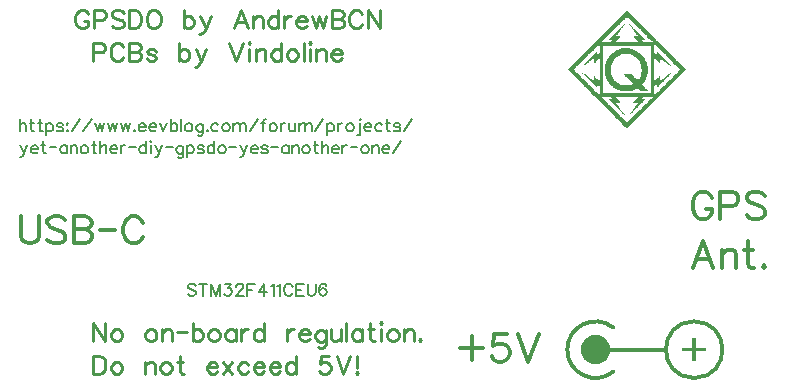
<source format=gto>
G04 DipTrace 4.3.0.4*
G04 GPSDO back v1.01.GTO*
%MOIN*%
G04 #@! TF.FileFunction,Legend,Top*
G04 #@! TF.Part,Single*
%ADD20C,0.011811*%
%ADD26C,0.006176*%
%ADD27C,0.013895*%
%ADD28C,0.009264*%
%FSLAX26Y26*%
G04*
G70*
G90*
G75*
G01*
G04 TopSilk*
%LPD*%
X2787551Y457190D2*
D20*
G02X2793064Y457226I2151J94306D01*
G01*
X2520051Y477979D2*
G02X2520052Y625012I-59106J73517D01*
G01*
X2492277Y550927D2*
X2694167D1*
G36*
X2460938Y502285D2*
X2454515Y502706D1*
X2448201Y503962D1*
X2442105Y506031D1*
X2436332Y508878D1*
X2430980Y512454D1*
X2426140Y516699D1*
X2421895Y521539D1*
X2418319Y526891D1*
X2415472Y532665D1*
X2413403Y538760D1*
X2412147Y545074D1*
X2411726Y551497D1*
X2412147Y557921D1*
X2413403Y564235D1*
X2415472Y570330D1*
X2418319Y576104D1*
X2421895Y581456D1*
X2426140Y586296D1*
X2430980Y590540D1*
X2436332Y594117D1*
X2442105Y596964D1*
X2448201Y599033D1*
X2454515Y600289D1*
X2460938Y600710D1*
D1*
X2467362Y600289D1*
X2473675Y599033D1*
X2479771Y596964D1*
X2485545Y594117D1*
X2490897Y590540D1*
X2495737Y586296D1*
X2499981Y581456D1*
X2503558Y576104D1*
X2506405Y570330D1*
X2508474Y564235D1*
X2509730Y557921D1*
X2510151Y551497D1*
X2509730Y545074D1*
X2508474Y538760D1*
X2506405Y532665D1*
X2503558Y526891D1*
X2499981Y521539D1*
X2495737Y516699D1*
X2490897Y512454D1*
X2485545Y508878D1*
X2479771Y506031D1*
X2473675Y503962D1*
X2467362Y502706D1*
X2460938Y502285D1*
D1*
G37*
G36*
X2782835Y590867D2*
Y512127D1*
X2794646D1*
Y590867D1*
X2782835D1*
G37*
G36*
X2749370Y557403D2*
Y545592D1*
X2828110D1*
Y557403D1*
X2749370D1*
G37*
G36*
X2475446Y1564440D2*
Y1541647D1*
X2474064Y1540956D1*
X2473374Y1540265D1*
X2472683Y1538884D1*
Y1538193D1*
X2471301Y1536812D1*
X2469690Y1536121D1*
X2468078D1*
X2466467Y1536812D1*
Y1544410D1*
X2465085Y1545100D1*
X2463704Y1544410D1*
Y1543028D1*
X2463013Y1542338D1*
X2461632Y1541647D1*
X2460941Y1540956D1*
X2460714Y1540118D1*
X2460250Y1539575D1*
X2458178Y1538884D1*
X2457487Y1537503D1*
X2455415Y1536121D1*
X2454725Y1534740D1*
X2454498Y1533902D1*
X2454034Y1533358D1*
X2452653Y1532668D1*
X2452425Y1531830D1*
X2451962Y1531286D1*
X2449199Y1529905D1*
X2446436Y1527142D1*
Y1525761D1*
X2445745Y1525070D1*
X2444364Y1524379D1*
X2443673Y1523689D1*
X2443446Y1522851D1*
X2442983Y1522307D1*
X2440911Y1521616D1*
X2440220Y1520235D1*
X2438148Y1518854D1*
X2437457Y1517472D1*
X2437230Y1516634D1*
X2436766Y1516091D1*
X2435385Y1515400D1*
X2435158Y1514562D1*
X2434694Y1514019D1*
X2431931Y1512637D1*
X2429169Y1509874D1*
Y1508493D1*
X2428478Y1507802D1*
X2427096Y1507112D1*
X2426406Y1506421D1*
X2426179Y1505583D1*
X2425715Y1505040D1*
X2423643Y1504349D1*
X2423298Y1503658D1*
X2422891Y1502936D1*
X2422257Y1502275D1*
X2420880Y1500895D1*
Y1498823D1*
X2418117Y1498133D1*
Y1496060D1*
X2420189D1*
Y1497442D1*
X2420880Y1498133D1*
X2422952Y1498823D1*
X2425024Y1500205D1*
X2428478Y1502277D1*
Y1503658D1*
X2429859Y1504349D1*
X2431931Y1505040D1*
Y1506421D1*
X2434694Y1507112D1*
X2440220Y1511256D1*
Y1512637D1*
X2442983Y1513328D1*
X2443673Y1514019D1*
X2443808Y1514508D1*
X2444364Y1515400D1*
X2446436Y1516091D1*
X2447818Y1516782D1*
Y1517472D1*
X2449199Y1518854D1*
X2451962Y1519544D1*
Y1520926D1*
X2453113Y1521616D1*
X2454264D1*
X2455415Y1520926D1*
Y1507112D1*
X2457487D1*
X2458178Y1508493D1*
X2460941Y1510565D1*
X2466467Y1516091D1*
Y1517472D1*
X2467157Y1518163D1*
X2469229Y1518854D1*
X2469920Y1520235D1*
X2471992Y1521616D1*
X2472683Y1522307D1*
X2473199Y1522751D1*
X2473557Y1522710D1*
X2474064Y1522307D1*
X2475446Y1521616D1*
Y1449783D1*
X2474755Y1449093D1*
Y1447711D1*
X2473913Y1446990D1*
X2473112Y1447079D1*
X2472458Y1447879D1*
X2472683Y1448402D1*
X2468539Y1452546D1*
X2466467Y1453928D1*
X2465085Y1455309D1*
X2463704Y1457381D1*
X2460250Y1460835D1*
X2458178Y1461525D1*
X2457487Y1462216D1*
Y1463597D1*
X2455415D1*
Y1450474D1*
X2454725Y1449783D1*
X2453804Y1449093D1*
X2452883D1*
X2451962Y1449783D1*
Y1450474D1*
X2450580Y1451855D1*
X2448508Y1452546D1*
X2447127Y1453237D1*
X2446308Y1454013D1*
X2446436Y1454618D1*
X2443673Y1456000D1*
X2442983Y1456690D1*
Y1458072D1*
X2440220Y1459453D1*
X2439529Y1460144D1*
X2435385Y1462216D1*
X2434566Y1462992D1*
X2434694Y1463597D1*
X2431931Y1464288D1*
Y1465669D1*
X2431241Y1466360D1*
X2429169Y1467051D1*
X2428349Y1467827D1*
X2428478Y1468432D1*
X2427787Y1469123D1*
X2423643Y1471195D1*
X2419499Y1475339D1*
X2418117D1*
X2417427Y1473958D1*
X2419499Y1471886D1*
X2420174Y1471161D1*
X2420744Y1470299D1*
X2420880Y1469814D1*
X2422262Y1469123D1*
X2423643Y1467742D1*
Y1467051D1*
X2425715Y1466360D1*
X2426406Y1465669D1*
Y1464288D1*
X2427787Y1463597D1*
X2429169Y1462216D1*
Y1461525D1*
X2430550Y1460835D1*
X2431931Y1459453D1*
Y1458762D1*
X2434694Y1456690D1*
X2435251Y1455799D1*
X2435385Y1455309D1*
X2436766Y1454618D1*
X2438148Y1453237D1*
Y1452546D1*
X2439529Y1451855D1*
X2440911Y1450474D1*
Y1449783D1*
X2442983Y1449093D1*
X2443673Y1448402D1*
Y1447021D1*
X2445055Y1446330D1*
X2446436Y1444948D1*
Y1444258D1*
X2447818Y1443567D1*
X2449199Y1442186D1*
Y1441495D1*
X2451962Y1439423D1*
X2452518Y1438531D1*
X2452653Y1438041D1*
X2454034Y1437351D1*
X2455415Y1435969D1*
Y1435279D1*
X2456797Y1434588D1*
X2458178Y1433206D1*
Y1432516D1*
X2460250Y1431825D1*
X2460941Y1431134D1*
Y1429753D1*
X2462322Y1429062D1*
X2463704Y1427681D1*
Y1426990D1*
X2465085Y1426299D1*
X2465776D1*
X2466467Y1426990D1*
Y1434588D1*
X2467618Y1435279D1*
X2468769D1*
X2469920Y1434588D1*
Y1433897D1*
X2472683Y1431825D1*
X2473374Y1431134D1*
Y1429753D1*
X2475446Y1429062D1*
Y1401434D1*
X2474295Y1400743D1*
X2473143D1*
X2471992Y1401434D1*
Y1402816D1*
X2469920Y1403506D1*
X2469229Y1404197D1*
Y1405578D1*
X2468539Y1406269D1*
X2465776Y1406960D1*
Y1409032D1*
X2463704Y1409723D1*
X2463013Y1410413D1*
Y1411795D1*
X2460250Y1412485D1*
Y1414557D1*
X2458178Y1415248D1*
X2457359Y1416025D1*
X2457487Y1416630D1*
X2456797Y1417320D1*
X2455415Y1418011D1*
X2454725Y1418702D1*
Y1420083D1*
X2451962Y1420774D1*
Y1422846D1*
X2451271Y1423537D1*
X2449199Y1424227D1*
X2448508Y1424918D1*
Y1426299D1*
X2445745Y1426990D1*
Y1428372D1*
X2445055Y1429062D1*
X2443673Y1429753D1*
X2442983Y1430444D1*
Y1431825D1*
X2440911Y1432516D1*
X2440220Y1433206D1*
Y1434588D1*
X2438148Y1435279D1*
X2437329Y1436055D1*
X2437457Y1436660D1*
X2436766Y1437351D1*
X2435385Y1438041D1*
X2434694Y1438732D1*
Y1440113D1*
X2434004Y1440804D1*
X2431931Y1441495D1*
X2431112Y1442271D1*
X2431241Y1442876D1*
X2430550Y1443567D1*
X2429169Y1444258D1*
X2428478Y1444948D1*
Y1446330D1*
X2425715Y1447021D1*
Y1449093D1*
X2423643Y1449783D1*
X2422952Y1450474D1*
Y1451855D1*
X2420880Y1452546D1*
X2420061Y1453323D1*
X2420189Y1453928D1*
X2419499Y1454618D1*
X2418117Y1455309D1*
X2417427Y1456000D1*
Y1457381D1*
X2416736Y1458072D1*
X2413973Y1458762D1*
Y1460144D1*
X2413282Y1460835D1*
X2411901Y1461525D1*
X2411210Y1462216D1*
Y1463597D1*
X2409138Y1464288D1*
X2408448Y1464979D1*
Y1466360D1*
X2405685Y1467051D1*
Y1468432D1*
X2404994Y1469123D1*
X2403613Y1469814D1*
X2402922Y1470504D1*
Y1471886D1*
X2400850Y1472577D1*
X2400159Y1473267D1*
Y1474649D1*
X2399468Y1475339D1*
X2397396Y1476030D1*
X2396706Y1476721D1*
Y1478102D1*
X2393943Y1478793D1*
Y1480865D1*
X2391871Y1481556D1*
X2391180Y1482246D1*
Y1483628D1*
X2389108Y1484318D1*
X2388417Y1485009D1*
Y1486391D1*
X2389108Y1487081D1*
X2391180Y1487772D1*
Y1489153D1*
X2391871Y1489844D1*
X2393943Y1490535D1*
Y1491916D1*
X2394633Y1492607D1*
X2396706Y1493298D1*
Y1494679D1*
X2397396Y1495370D1*
X2399468Y1496060D1*
X2402922Y1499514D1*
Y1500895D1*
X2403613Y1501586D1*
X2405685Y1502277D1*
Y1503658D1*
X2406375Y1504349D1*
X2408448Y1505040D1*
Y1506421D1*
X2409138Y1507112D1*
X2411210Y1507802D1*
Y1509184D1*
X2411901Y1509874D1*
X2413973Y1510565D1*
Y1511947D1*
X2414664Y1512637D1*
X2416736Y1513328D1*
X2420189Y1516782D1*
Y1518163D1*
X2420880Y1518854D1*
X2422952Y1519544D1*
Y1520926D1*
X2423643Y1521616D1*
X2425715Y1522307D1*
Y1523689D1*
X2426406Y1524379D1*
X2428478Y1525070D1*
Y1526451D1*
X2429169Y1527142D1*
X2431241Y1527833D1*
Y1529214D1*
X2431931Y1529905D1*
X2434004Y1530596D1*
X2437457Y1534049D1*
Y1535431D1*
X2438148Y1536121D1*
X2440220Y1536812D1*
Y1538193D1*
X2440911Y1538884D1*
X2442983Y1539575D1*
Y1540956D1*
X2443673Y1541647D1*
X2445745Y1542338D1*
Y1543719D1*
X2446436Y1544410D1*
X2448508Y1545100D1*
Y1546482D1*
X2449199Y1547172D1*
X2451271Y1547863D1*
X2454725Y1551317D1*
Y1552698D1*
X2455415Y1553389D1*
X2457487Y1554079D1*
Y1555461D1*
X2458178Y1556152D1*
X2460250Y1556842D1*
Y1558224D1*
X2460941Y1558914D1*
X2463013Y1559605D1*
Y1560987D1*
X2463704Y1561677D1*
X2465776Y1562368D1*
Y1563749D1*
X2466467Y1564440D1*
X2468539Y1565131D1*
X2471992Y1568584D1*
Y1569966D1*
X2452653D1*
Y1567894D1*
X2449890Y1567203D1*
Y1565821D1*
X2449199Y1565131D1*
X2447127Y1564440D1*
Y1563059D1*
X2446436Y1562368D1*
X2444364Y1561677D1*
Y1559605D1*
X2443673Y1558914D1*
X2440911Y1558224D1*
Y1556842D1*
X2440220Y1556152D1*
X2438148Y1555461D1*
Y1554079D1*
X2437457Y1553389D1*
X2435385Y1552698D1*
Y1550626D1*
X2432622Y1549935D1*
Y1548554D1*
X2431931Y1547863D1*
X2429859Y1547172D1*
Y1545791D1*
X2429169Y1545100D1*
X2427096Y1544410D1*
Y1542338D1*
X2426406Y1541647D1*
X2423643Y1540956D1*
Y1539575D1*
X2422952Y1538884D1*
X2420880Y1538193D1*
Y1536812D1*
X2420189Y1536121D1*
X2418117Y1535431D1*
Y1533358D1*
X2415355Y1532668D1*
Y1531286D1*
X2414664Y1530596D1*
X2412592Y1529905D1*
Y1528523D1*
X2411901Y1527833D1*
X2409829Y1527142D1*
Y1525070D1*
X2409138Y1524379D1*
X2406375Y1523689D1*
Y1522307D1*
X2405685Y1521616D1*
X2403613Y1520926D1*
Y1519544D1*
X2402922Y1518854D1*
X2400850Y1518163D1*
Y1516091D1*
X2398087Y1515400D1*
Y1514019D1*
X2397396Y1513328D1*
X2395324Y1512637D1*
Y1511256D1*
X2394633Y1510565D1*
X2392561Y1509874D1*
Y1507802D1*
X2391871Y1507112D1*
X2389799Y1506421D1*
X2389108Y1505730D1*
X2388881Y1504892D1*
X2388417Y1504349D1*
X2386345Y1503658D1*
Y1502277D1*
X2385654Y1501586D1*
X2383582Y1500895D1*
Y1498823D1*
X2380819Y1498133D1*
Y1496751D1*
X2380129Y1496060D1*
X2378057Y1495370D1*
Y1493988D1*
X2377366Y1493298D1*
X2375294Y1492607D1*
Y1490535D1*
X2374603Y1489844D1*
X2371840Y1489153D1*
Y1487772D1*
X2371150Y1487081D1*
X2369077Y1486391D1*
Y1485009D1*
X2371150Y1484318D1*
X2371840Y1483628D1*
Y1481556D1*
X2374603Y1480174D1*
X2375159Y1479282D1*
X2375294Y1478793D1*
X2386345Y1467742D1*
X2389108Y1466360D1*
Y1464288D1*
X2391871Y1462907D1*
X2392427Y1462015D1*
X2392561Y1461525D1*
X2394633Y1460144D1*
X2395190Y1459252D1*
X2395324Y1458762D1*
X2403613Y1450474D1*
X2406375Y1449093D1*
Y1447021D1*
X2409138Y1445639D1*
X2409695Y1444747D1*
X2409829Y1444258D1*
X2420880Y1433206D1*
X2423643Y1431825D1*
Y1429753D1*
X2426406Y1428372D1*
X2426962Y1427480D1*
X2427096Y1426990D1*
X2438148Y1415939D1*
X2440911Y1414557D1*
Y1412485D1*
X2443673Y1411104D1*
X2444230Y1410212D1*
X2444364Y1409723D1*
X2446436Y1408341D1*
X2446993Y1407449D1*
X2447127Y1406960D1*
X2452653Y1401434D1*
X2454034Y1400743D1*
X2656410D1*
Y1402816D1*
X2655719Y1403506D1*
Y1429062D1*
X2656410Y1429753D1*
Y1431134D1*
X2657101Y1431825D1*
X2659173Y1432516D1*
Y1433206D1*
X2660554Y1434588D1*
X2662626Y1435279D1*
X2663142Y1435722D1*
X2663500Y1435682D1*
X2664008Y1435279D1*
X2665389Y1433897D1*
Y1426990D1*
X2666080Y1426299D1*
X2666770D1*
X2668152Y1426990D1*
X2670915Y1429753D1*
Y1431134D1*
X2671605Y1431825D1*
X2672987Y1432516D1*
X2673678Y1433206D1*
X2673812Y1433696D1*
X2674368Y1434588D1*
X2676440Y1435279D1*
X2677131Y1436660D1*
X2679203Y1438041D1*
X2679894Y1439423D1*
X2680028Y1439912D1*
X2680585Y1440804D1*
X2681966Y1441495D1*
X2682100Y1441985D1*
X2682657Y1442876D1*
X2685419Y1444258D1*
X2688182Y1447021D1*
Y1448402D1*
X2688873Y1449093D1*
X2690254Y1449783D1*
X2690945Y1450474D1*
X2691079Y1450964D1*
X2691636Y1451855D1*
X2693708Y1452546D1*
X2694399Y1453928D1*
X2696471Y1455309D1*
X2697161Y1456690D1*
X2697296Y1457180D1*
X2697852Y1458072D1*
X2699234Y1458762D1*
X2699368Y1459252D1*
X2699924Y1460144D1*
X2702687Y1461525D1*
X2705450Y1464288D1*
Y1465669D1*
X2706141Y1466360D1*
X2707522Y1467051D1*
X2708213Y1467742D1*
X2708347Y1468231D1*
X2708903Y1469123D1*
X2710975Y1469814D1*
X2711321Y1470504D1*
X2711698Y1471134D1*
X2712363Y1471871D1*
X2713738Y1473267D1*
Y1474649D1*
X2714429Y1475339D1*
X2716501Y1476030D1*
Y1477411D1*
X2715810Y1478102D1*
X2715120D1*
X2714429Y1477411D1*
Y1476030D1*
X2711666Y1475339D1*
Y1473267D1*
X2708903Y1472577D1*
X2706831Y1470504D1*
X2705450Y1469814D1*
X2703378Y1469123D1*
Y1467742D1*
X2701996Y1467051D1*
X2699924Y1466360D1*
Y1464979D1*
X2699234Y1464288D1*
X2697161Y1463597D1*
X2695089Y1461525D1*
X2693708Y1460835D1*
X2691636Y1460144D1*
Y1458762D1*
X2688873Y1458072D1*
X2688182Y1456690D1*
X2686110Y1455309D1*
X2683347Y1453928D1*
X2683120Y1453090D1*
X2682657Y1452546D1*
X2680585Y1451855D1*
X2678512Y1449783D1*
X2677780Y1449033D1*
X2677422Y1449145D1*
X2677131Y1449783D1*
X2676440Y1462907D1*
X2675750Y1463597D1*
X2674368D1*
X2673678Y1462907D1*
X2670915Y1460835D1*
X2668152Y1458072D1*
Y1456690D1*
X2667461Y1456000D1*
X2665389Y1455309D1*
X2664698Y1453928D1*
X2662626Y1452546D1*
X2661936Y1451165D1*
X2659863Y1449783D1*
X2659173Y1448402D1*
Y1447711D1*
X2658252Y1447021D1*
X2657331D1*
X2656410Y1447711D1*
Y1449783D1*
X2655719Y1450474D1*
Y1520926D1*
X2656410Y1521616D1*
X2657101Y1523689D1*
X2657616Y1524132D1*
X2657974Y1524092D1*
X2658482Y1523689D1*
X2659863Y1521616D1*
X2661245Y1520926D1*
X2662626Y1519544D1*
Y1518854D1*
X2664008Y1518163D1*
X2664564Y1517271D1*
X2664698Y1516782D1*
X2666080Y1515400D1*
X2667461Y1514709D1*
X2668018Y1513818D1*
X2668152Y1513328D1*
X2669533Y1512637D1*
X2670915Y1511256D1*
Y1510565D1*
X2674368Y1507112D1*
X2675750D1*
X2676440Y1508493D1*
Y1520926D1*
X2677592Y1521616D1*
X2678743D1*
X2679894Y1520926D1*
Y1519544D1*
X2682657Y1518163D1*
X2683213Y1517271D1*
X2683347Y1516782D1*
X2685419Y1516091D1*
X2686801Y1515400D1*
X2688182Y1514019D1*
Y1513328D1*
X2690945Y1511947D1*
X2691502Y1511055D1*
X2691636Y1510565D1*
X2694399Y1509184D1*
X2694955Y1508292D1*
X2695089Y1507802D1*
X2697161Y1507112D1*
X2698543Y1506421D1*
X2700615Y1504349D1*
X2702687Y1503658D1*
X2703243Y1502766D1*
X2703378Y1502277D1*
X2705450Y1501586D1*
X2706831Y1500205D1*
Y1499514D1*
X2708213Y1498823D1*
X2710285Y1498133D1*
X2711666Y1497442D1*
Y1496060D1*
X2714429Y1495370D1*
Y1493988D1*
X2715120Y1493298D1*
X2716501D1*
Y1495370D1*
X2713738Y1496060D1*
Y1498133D1*
X2711666Y1498823D1*
X2710975Y1499514D1*
Y1500895D1*
X2699234Y1512637D1*
X2697161Y1514019D1*
X2696342Y1514795D1*
X2696471Y1515400D1*
X2684729Y1527142D1*
X2682657Y1528523D1*
X2681838Y1529300D1*
X2681966Y1529905D1*
X2679894Y1531286D1*
X2679075Y1532063D1*
X2679203Y1532668D1*
X2677131Y1534049D1*
X2676312Y1534826D1*
X2676440Y1535431D1*
X2667461Y1544410D1*
X2665389D1*
Y1537503D1*
X2664008Y1536121D1*
X2663275Y1535371D1*
X2662918Y1535483D1*
X2662626Y1536121D1*
X2659863Y1537503D1*
X2659044Y1538279D1*
X2659173Y1538884D1*
X2657101Y1539575D1*
X2656410Y1540265D1*
Y1541647D1*
X2655719Y1542338D1*
Y1567203D1*
X2656410Y1567894D1*
Y1569966D1*
X2657561Y1570656D1*
X2658712D1*
X2659863Y1569966D1*
Y1567894D1*
X2661936Y1567203D1*
X2662626Y1566512D1*
Y1565131D1*
X2665389Y1564440D1*
Y1562368D1*
X2668152Y1561677D1*
Y1560296D1*
X2675059Y1553389D1*
X2677131Y1552698D1*
Y1550626D1*
X2679203Y1549935D1*
X2679894Y1549245D1*
Y1547863D1*
X2682657Y1547172D1*
Y1545100D1*
X2685419Y1544410D1*
Y1543028D1*
X2692326Y1536121D1*
X2694399Y1535431D1*
Y1533358D1*
X2697161Y1532668D1*
Y1530596D1*
X2699924Y1529905D1*
Y1527833D1*
X2702687Y1527142D1*
Y1525761D1*
X2709594Y1518854D1*
X2711666Y1518163D1*
Y1516091D1*
X2713738Y1515400D1*
X2714429Y1514709D1*
Y1513328D1*
X2717192Y1512637D1*
Y1510565D1*
X2719955Y1509874D1*
Y1508493D1*
X2726862Y1501586D1*
X2728934Y1500895D1*
Y1498823D1*
X2731697Y1498133D1*
Y1496060D1*
X2733769Y1495370D1*
X2734459Y1494679D1*
Y1493298D1*
X2737222Y1492607D1*
Y1491226D1*
X2739294Y1489153D1*
X2739970Y1488429D1*
X2740539Y1487566D1*
X2740676Y1487081D1*
X2742748Y1486391D1*
Y1485009D1*
X2741366Y1484318D1*
X2740676Y1483628D1*
Y1482246D1*
X2739985Y1481556D1*
X2737913Y1480865D1*
Y1479484D1*
X2737222Y1478793D1*
X2735150Y1478102D1*
X2731697Y1474649D1*
Y1473267D1*
X2731006Y1472577D1*
X2728934Y1471886D1*
Y1470504D1*
X2728243Y1469814D1*
X2726171Y1469123D1*
Y1467742D1*
X2725480Y1467051D1*
X2723408Y1466360D1*
Y1464979D1*
X2722717Y1464288D1*
X2720645Y1463597D1*
Y1462216D1*
X2719955Y1461525D1*
X2717883Y1460835D1*
X2714429Y1457381D1*
Y1456000D1*
X2713738Y1455309D1*
X2711666Y1454618D1*
Y1453237D1*
X2710975Y1452546D1*
X2708903Y1451855D1*
Y1450474D1*
X2708213Y1449783D1*
X2706141Y1449093D1*
Y1447711D1*
X2705450Y1447021D1*
X2703378Y1446330D1*
Y1444948D1*
X2702687Y1444258D1*
X2700615Y1443567D1*
X2697161Y1440113D1*
Y1438732D1*
X2696471Y1438041D1*
X2694399Y1437351D1*
Y1435969D1*
X2693708Y1435279D1*
X2691636Y1434588D1*
Y1433206D1*
X2690945Y1432516D1*
X2688873Y1431825D1*
Y1430444D1*
X2688182Y1429753D1*
X2686110Y1429062D1*
Y1427681D1*
X2685419Y1426990D1*
X2683347Y1426299D1*
X2679894Y1422846D1*
Y1421464D1*
X2679203Y1420774D1*
X2677131Y1420083D1*
Y1418702D1*
X2676440Y1418011D1*
X2674368Y1417320D1*
Y1415939D1*
X2673678Y1415248D1*
X2671605Y1414557D1*
Y1413176D1*
X2670915Y1412485D1*
X2668843Y1411795D1*
Y1410413D1*
X2668152Y1409723D1*
X2666080Y1409032D1*
X2662626Y1405578D1*
Y1404197D1*
X2661936Y1403506D1*
X2659863Y1402816D1*
Y1401434D1*
X2659173Y1400743D1*
X2658252Y1400053D1*
X2657331D1*
X2656410Y1400743D1*
X2454034D1*
X2455415Y1398671D1*
X2458178Y1397290D1*
Y1395218D1*
X2460941Y1394527D1*
X2480971D1*
X2490641Y1395218D1*
X2500311D1*
X2509981Y1394527D1*
Y1393146D1*
X2511362Y1392455D1*
X2513434Y1391074D1*
X2513991Y1390182D1*
X2514125Y1389692D1*
X2515506Y1389001D1*
Y1386929D1*
X2507218Y1386239D1*
X2506527Y1385548D1*
Y1384857D1*
X2507218Y1383476D1*
X2508599Y1382785D1*
X2509156Y1381893D1*
X2509290Y1381404D1*
X2509981Y1380713D1*
X2512053Y1380022D1*
X2512744Y1379332D1*
Y1377950D1*
X2514125Y1377259D1*
X2515506Y1375878D1*
Y1375187D1*
X2516888Y1374497D1*
X2518269Y1373115D1*
Y1372425D1*
X2521032Y1370352D1*
X2521589Y1369461D1*
X2521723Y1368971D1*
X2523104Y1368280D1*
X2523661Y1367389D1*
X2523795Y1366899D1*
X2524486Y1366208D1*
X2525867Y1365518D1*
X2527248Y1364136D1*
Y1363445D1*
X2529321Y1362755D1*
X2530011Y1362064D1*
Y1360683D1*
X2531393Y1359992D1*
X2532774Y1358611D1*
Y1357920D1*
X2534155Y1357229D1*
X2535537Y1355848D1*
Y1355157D1*
X2538300Y1353085D1*
X2538856Y1352193D1*
X2538990Y1351703D1*
X2540372Y1351013D1*
X2541753Y1349631D1*
Y1348941D1*
X2543135Y1348250D1*
X2544516Y1346869D1*
Y1346178D1*
X2546588Y1345487D1*
X2547279Y1344796D1*
Y1343415D1*
X2548660Y1342724D1*
X2550042Y1341343D1*
Y1340652D1*
X2552804Y1338580D1*
X2554186Y1337199D1*
X2555567Y1337889D1*
Y1339271D1*
X2550042Y1344796D1*
Y1345487D1*
X2549351Y1347559D1*
X2548660Y1348250D1*
X2547279Y1348941D1*
X2546588Y1349631D1*
Y1351013D1*
X2543825Y1352394D1*
Y1354466D1*
X2542444Y1355157D1*
X2541625Y1355933D1*
X2541753Y1356538D1*
X2540372Y1359301D1*
X2538990Y1359992D1*
X2538300Y1360683D1*
Y1362755D1*
X2536228Y1363445D1*
X2535537Y1364136D1*
Y1365518D1*
X2534846Y1366208D1*
X2533465Y1366899D1*
X2532646Y1367675D1*
X2532774Y1368280D1*
X2532083Y1370352D1*
X2530702Y1371734D1*
X2529321Y1372425D1*
Y1373806D1*
X2530011Y1374497D1*
X2543825Y1375187D1*
Y1377259D1*
X2541753Y1377950D1*
X2541063Y1378641D1*
Y1380022D1*
X2537609Y1383476D1*
X2535537Y1384857D1*
X2534155Y1386239D1*
X2532774Y1388311D1*
X2528630Y1392455D1*
X2527248Y1393146D1*
Y1393836D1*
X2529321Y1394527D1*
X2553725Y1395218D1*
X2578130D1*
X2602535Y1394527D1*
X2603092Y1393635D1*
X2603226Y1393146D1*
X2599082Y1389001D1*
Y1387620D1*
X2598391Y1386929D1*
X2596319Y1386239D1*
X2595628Y1384857D1*
X2593556Y1383476D1*
X2592865Y1382094D1*
X2590793Y1380713D1*
X2590102Y1379332D1*
X2587340Y1377259D1*
Y1375187D1*
X2601844Y1374497D1*
Y1372425D1*
X2600463Y1371734D1*
X2599772Y1371043D1*
X2596319Y1366208D1*
Y1364827D1*
X2595628Y1364136D1*
X2594247Y1363445D1*
X2593556Y1362755D1*
Y1360683D1*
X2591484Y1359992D1*
X2590793Y1358611D1*
X2587340Y1354466D1*
Y1352394D1*
X2585268Y1351703D1*
X2584577Y1349631D1*
X2582505Y1348250D1*
X2581814Y1346178D1*
X2581469Y1345487D1*
X2581062Y1344765D1*
X2580428Y1344104D1*
X2579051Y1342724D1*
Y1340652D1*
X2576288Y1339962D1*
Y1337889D1*
X2574216Y1337199D1*
Y1334436D1*
X2575598Y1335127D1*
Y1336508D1*
X2576288Y1337199D1*
X2578360Y1337889D1*
X2578495Y1338379D1*
X2579051Y1339271D1*
X2581814Y1340652D1*
X2584577Y1343415D1*
Y1344796D1*
X2585268Y1345487D1*
X2586649Y1346178D1*
X2587340Y1346869D1*
X2587474Y1347358D1*
X2588030Y1348250D1*
X2590102Y1348941D1*
X2590793Y1350322D1*
X2592865Y1351703D1*
X2593556Y1353085D1*
X2593690Y1353575D1*
X2594247Y1354466D1*
X2595628Y1355157D1*
X2595762Y1355647D1*
X2596319Y1356538D1*
X2599082Y1357920D1*
X2601844Y1360683D1*
Y1362064D1*
X2602535Y1362755D1*
X2603916Y1363445D1*
X2604607Y1364136D1*
X2604741Y1364626D1*
X2605298Y1365518D1*
X2607370Y1366208D1*
X2608061Y1367590D1*
X2610133Y1368971D1*
X2610824Y1370352D1*
X2610958Y1370842D1*
X2611514Y1371734D1*
X2612896Y1372425D1*
X2613030Y1372914D1*
X2613586Y1373806D1*
X2616349Y1375187D1*
X2619112Y1377950D1*
Y1379332D1*
X2619803Y1380022D1*
X2621184Y1380713D1*
X2621875Y1381404D1*
X2622009Y1381893D1*
X2622565Y1382785D1*
X2624638Y1383476D1*
X2625328Y1384857D1*
Y1385548D1*
X2624638Y1386239D1*
X2616349Y1386929D1*
Y1390383D1*
X2617731Y1391764D1*
X2620493Y1393146D1*
X2621875Y1394527D1*
X2631545Y1395218D1*
X2641214D1*
X2650884Y1394527D1*
Y1392455D1*
X2648812Y1391764D1*
X2645359Y1388311D1*
Y1386929D1*
X2644668Y1386239D1*
X2642596Y1385548D1*
Y1384167D1*
X2641905Y1383476D1*
X2639833Y1382785D1*
Y1381404D1*
X2639142Y1380713D1*
X2637070Y1380022D1*
Y1378641D1*
X2636380Y1377950D1*
X2634307Y1377259D1*
Y1375878D1*
X2633617Y1375187D1*
X2631545Y1374497D1*
X2628091Y1371043D1*
Y1369662D1*
X2627400Y1368971D1*
X2625328Y1368280D1*
Y1366899D1*
X2624638Y1366208D1*
X2622565Y1365518D1*
Y1364136D1*
X2621875Y1363445D1*
X2619803Y1362755D1*
Y1361373D1*
X2619112Y1360683D1*
X2617040Y1359992D1*
Y1358611D1*
X2616349Y1357920D1*
X2614277Y1357229D1*
X2610824Y1353776D1*
Y1352394D1*
X2610133Y1351703D1*
X2608061Y1351013D1*
Y1349631D1*
X2607370Y1348941D1*
X2605298Y1348250D1*
Y1346869D1*
X2604607Y1346178D1*
X2602535Y1345487D1*
Y1344106D1*
X2601844Y1343415D1*
X2599772Y1342724D1*
Y1341343D1*
X2599082Y1340652D1*
X2597009Y1339962D1*
X2593556Y1336508D1*
Y1335127D1*
X2592865Y1334436D1*
X2590793Y1333745D1*
Y1332364D1*
X2590102Y1331673D1*
X2588030Y1330982D1*
Y1329601D1*
X2587340Y1328910D1*
X2585268Y1328220D1*
Y1326838D1*
X2584577Y1326147D1*
X2582505Y1325457D1*
Y1324075D1*
X2581814Y1323385D1*
X2579742Y1322694D1*
X2576288Y1319240D1*
Y1317859D1*
X2575598Y1317168D1*
X2573526Y1316478D1*
Y1315096D1*
X2572835Y1314406D1*
X2570763Y1313715D1*
Y1312333D1*
X2570072Y1311643D1*
X2568000Y1310952D1*
Y1309571D1*
X2567309Y1308880D1*
X2566388Y1308189D1*
X2565467D1*
X2564546Y1308880D1*
X2563856Y1309571D1*
Y1310952D1*
X2561784Y1311643D1*
X2561093Y1312333D1*
Y1313715D1*
X2559021Y1314406D1*
X2558202Y1315182D1*
X2558330Y1315787D1*
X2557639Y1316478D1*
X2556258Y1317168D1*
X2555567Y1317859D1*
Y1319240D1*
X2554877Y1319931D1*
X2552114Y1320622D1*
Y1322694D1*
X2550042Y1323385D1*
X2549351Y1324075D1*
Y1325457D1*
X2546588Y1326147D1*
Y1328220D1*
X2543825Y1328910D1*
Y1330292D1*
X2543135Y1330982D1*
X2541753Y1331673D1*
X2541063Y1332364D1*
Y1333745D1*
X2538990Y1334436D1*
X2538300Y1335127D1*
Y1336508D1*
X2537609Y1337199D1*
X2535537Y1337889D1*
X2534846Y1338580D1*
Y1339962D1*
X2532083Y1340652D1*
Y1342724D1*
X2530011Y1343415D1*
X2529321Y1344106D1*
Y1345487D1*
X2527248Y1346178D1*
X2526558Y1346869D1*
Y1348250D1*
X2524486Y1348941D1*
X2523667Y1349717D1*
X2523795Y1350322D1*
X2523104Y1351013D1*
X2521723Y1351703D1*
X2521032Y1352394D1*
Y1353776D1*
X2520341Y1354466D1*
X2517579Y1355157D1*
Y1357229D1*
X2515506Y1357920D1*
X2514816Y1358611D1*
Y1359992D1*
X2512053Y1360683D1*
Y1362755D1*
X2509290Y1363445D1*
Y1365518D1*
X2507218Y1366208D1*
X2506527Y1366899D1*
Y1368280D1*
X2503765Y1368971D1*
Y1371043D1*
X2503074Y1371734D1*
X2501002Y1372425D1*
X2500311Y1373115D1*
Y1374497D1*
X2498239Y1375187D1*
X2497548Y1375878D1*
Y1377259D1*
X2495476Y1377950D1*
X2494785Y1378641D1*
Y1380022D1*
X2492713Y1380713D1*
X2492023Y1381404D1*
Y1382785D1*
X2489950Y1383476D1*
X2489260Y1384167D1*
Y1385548D1*
X2487188Y1386239D1*
X2486497Y1386929D1*
Y1388311D1*
X2485806Y1389001D1*
X2483734Y1389692D1*
X2483043Y1390383D1*
Y1391764D1*
X2480971Y1392455D1*
Y1394527D1*
X2460941D1*
Y1393836D1*
X2461632Y1392455D1*
X2463704Y1391074D1*
X2464260Y1390182D1*
X2464394Y1389692D1*
X2473374Y1380713D1*
X2475446Y1380022D1*
Y1377950D1*
X2478209Y1377259D1*
Y1375878D1*
X2489950Y1364136D1*
X2492713Y1362755D1*
Y1360683D1*
X2495476Y1359301D1*
X2496033Y1358409D1*
X2496167Y1357920D1*
X2507909Y1346178D1*
X2509981Y1345487D1*
Y1343415D1*
X2512744Y1342724D1*
Y1341343D1*
X2524486Y1329601D1*
X2527248Y1328220D1*
Y1326147D1*
X2530011Y1324766D1*
X2530568Y1323874D1*
X2530702Y1323385D1*
X2532774Y1322003D1*
X2533331Y1321111D1*
X2533465Y1320622D1*
X2541753Y1312333D1*
X2544516Y1310952D1*
Y1308880D1*
X2547279Y1307498D1*
X2547835Y1306607D1*
X2547970Y1306117D1*
X2550042Y1304736D1*
X2550598Y1303844D1*
X2550732Y1303354D1*
X2559021Y1295066D1*
X2561784Y1293684D1*
Y1291612D1*
X2564546Y1290922D1*
X2565237Y1290231D1*
Y1288849D1*
X2566619D1*
Y1290231D1*
X2567309Y1290922D1*
X2569381Y1291612D1*
Y1293684D1*
X2570072Y1294375D1*
X2572835Y1295066D1*
Y1296447D1*
X2573526Y1297138D1*
X2575598Y1297829D1*
Y1299210D1*
X2576288Y1299901D1*
X2578360Y1300591D1*
Y1302664D1*
X2581123Y1303354D1*
Y1304736D1*
X2581814Y1305426D1*
X2583886Y1306117D1*
Y1308189D1*
X2586649Y1308880D1*
Y1310952D1*
X2587340Y1311643D1*
X2590102Y1312333D1*
Y1313715D1*
X2590793Y1314406D1*
X2592175Y1315096D1*
X2592865Y1315787D1*
X2593000Y1316277D1*
X2593556Y1317168D1*
X2595628Y1317859D1*
Y1319931D1*
X2598391Y1320622D1*
Y1322003D1*
X2599082Y1322694D1*
X2601154Y1323385D1*
Y1324766D1*
X2601844Y1325457D1*
X2603916Y1326147D1*
Y1328220D1*
X2604607Y1328910D1*
X2607370Y1329601D1*
Y1330982D1*
X2608061Y1331673D1*
X2610133Y1332364D1*
Y1333745D1*
X2610824Y1334436D1*
X2612896Y1335127D1*
Y1337199D1*
X2615658Y1337889D1*
Y1339271D1*
X2616349Y1339962D1*
X2618421Y1340652D1*
Y1342034D1*
X2619112Y1342724D1*
X2621184Y1343415D1*
Y1345487D1*
X2621875Y1346178D1*
X2624638Y1346869D1*
Y1348250D1*
X2625328Y1348941D1*
X2627400Y1349631D1*
Y1351013D1*
X2628091Y1351703D1*
X2630163Y1352394D1*
Y1354466D1*
X2632926Y1355157D1*
Y1356538D1*
X2633617Y1357229D1*
X2635689Y1357920D1*
Y1359301D1*
X2636380Y1359992D1*
X2638452Y1360683D1*
Y1362755D1*
X2639142Y1363445D1*
X2641905Y1364136D1*
Y1365518D1*
X2642596Y1366208D1*
X2644668Y1366899D1*
Y1368280D1*
X2645359Y1368971D1*
X2647431Y1369662D1*
Y1371734D1*
X2650194Y1372425D1*
Y1374497D1*
X2652956Y1375187D1*
Y1376569D1*
X2653647Y1377259D1*
X2655719Y1377950D1*
Y1380022D1*
X2656410Y1380713D1*
X2659173Y1381404D1*
Y1382785D1*
X2659863Y1383476D1*
X2661936Y1384167D1*
Y1385548D1*
X2662626Y1386239D1*
X2664698Y1386929D1*
Y1389001D1*
X2667461Y1389692D1*
Y1391074D1*
X2668152Y1391764D1*
X2670224Y1392455D1*
Y1393836D1*
X2670915Y1394527D1*
X2672987Y1395218D1*
Y1397290D1*
X2673678Y1397981D1*
X2676440Y1398671D1*
Y1400053D1*
X2677131Y1400743D1*
X2679203Y1401434D1*
Y1402816D1*
X2679894Y1403506D1*
X2681966Y1404197D1*
Y1406269D1*
X2684729Y1406960D1*
Y1408341D1*
X2685419Y1409032D1*
X2687492Y1409723D1*
Y1411104D1*
X2688182Y1411795D1*
X2690254Y1412485D1*
Y1414557D1*
X2690945Y1415248D1*
X2693708Y1415939D1*
Y1417320D1*
X2694399Y1418011D1*
X2696471Y1418702D1*
Y1420083D1*
X2697161Y1420774D1*
X2699234Y1421464D1*
Y1423537D1*
X2701996Y1424227D1*
Y1425609D1*
X2702687Y1426299D1*
X2704759Y1426990D1*
Y1428372D1*
X2705450Y1429062D1*
X2707522Y1429753D1*
Y1431825D1*
X2708213Y1432516D1*
X2710975Y1433206D1*
Y1434588D1*
X2711666Y1435279D1*
X2713738Y1435969D1*
Y1437351D1*
X2714429Y1438041D1*
X2716501Y1438732D1*
Y1440804D1*
X2719264Y1441495D1*
Y1442876D1*
X2719955Y1443567D1*
X2722027Y1444258D1*
Y1446330D1*
X2724790Y1447021D1*
Y1449093D1*
X2725480Y1449783D1*
X2728243Y1450474D1*
Y1451855D1*
X2728934Y1452546D1*
X2730315Y1453237D1*
X2731006Y1453928D1*
X2731140Y1454417D1*
X2731697Y1455309D1*
X2733769Y1456000D1*
Y1458072D1*
X2736531Y1458762D1*
Y1460144D1*
X2737222Y1460835D1*
X2739294Y1461525D1*
Y1462907D1*
X2739985Y1463597D1*
X2742057Y1464288D1*
Y1466360D1*
X2742748Y1467051D1*
X2745511Y1467742D1*
Y1469123D1*
X2746201Y1469814D1*
X2748273Y1470504D1*
Y1471886D1*
X2748964Y1472577D1*
X2751036Y1473267D1*
Y1475339D1*
X2753799Y1476030D1*
Y1477411D1*
X2754490Y1478102D1*
X2756562Y1478793D1*
Y1480174D1*
X2757253Y1480865D1*
X2759325Y1481556D1*
Y1483628D1*
X2760015Y1484318D1*
X2762088Y1485009D1*
Y1486391D1*
X2760015Y1487081D1*
X2759325Y1487772D1*
Y1489153D1*
X2757253Y1489844D1*
X2756562Y1490535D1*
Y1491916D1*
X2755871Y1492607D1*
X2754490Y1493298D1*
X2753671Y1494074D1*
X2753799Y1494679D1*
X2747583Y1500895D1*
X2746201Y1501586D1*
X2745511Y1502277D1*
Y1503658D1*
X2742748Y1504349D1*
X2742057Y1505040D1*
Y1506421D1*
X2739985Y1507112D1*
X2739294Y1507802D1*
Y1509874D1*
X2736531Y1510565D1*
Y1512637D1*
X2733769Y1513328D1*
Y1514709D1*
X2730315Y1518163D1*
X2728934Y1518854D1*
X2728243Y1519544D1*
Y1520926D1*
X2725480Y1521616D1*
X2724790Y1522307D1*
Y1523689D1*
X2722717Y1524379D1*
X2722027Y1525070D1*
Y1526451D1*
X2721336Y1527142D1*
X2719955Y1527833D1*
X2719136Y1528609D1*
X2719264Y1529214D1*
X2715810Y1532668D1*
X2713738Y1533358D1*
Y1535431D1*
X2711666Y1536121D1*
X2710975Y1536812D1*
Y1538193D1*
X2708213Y1538884D1*
X2707522Y1539575D1*
Y1540956D1*
X2705450Y1541647D1*
X2704759Y1542338D1*
Y1543719D1*
X2704068Y1544410D1*
X2702687Y1545100D1*
X2701868Y1545877D1*
X2701996Y1546482D1*
X2695780Y1552698D1*
X2693708Y1553389D1*
Y1555461D1*
X2690945Y1556152D1*
X2690254Y1556842D1*
Y1558224D1*
X2688182Y1558914D1*
X2687492Y1559605D1*
Y1560987D1*
X2686801Y1561677D1*
X2685419Y1562368D1*
X2684729Y1563059D1*
Y1564440D1*
X2681966Y1565131D1*
Y1566512D1*
X2678512Y1569966D1*
X2677131Y1570656D1*
X2676440Y1571347D1*
Y1572728D1*
X2673678Y1573419D1*
X2672987Y1574110D1*
Y1575491D1*
X2670915Y1576182D1*
X2670224Y1576873D1*
Y1578254D1*
X2669533Y1578945D1*
X2668152Y1579636D1*
X2667333Y1580412D1*
X2667461Y1581017D1*
X2664008Y1584470D1*
X2661936Y1585161D1*
Y1587233D1*
X2659863Y1587924D1*
X2659173Y1588615D1*
Y1589996D1*
X2656410Y1590687D1*
X2655719Y1591377D1*
Y1592759D1*
X2653647Y1593450D1*
X2652956Y1594140D1*
Y1595522D1*
X2641214Y1607264D1*
X2639142Y1607954D1*
X2638452Y1608645D1*
Y1610026D1*
X2636380Y1610717D1*
X2635689Y1611408D1*
Y1613480D1*
X2633617Y1614171D1*
X2632926Y1614861D1*
Y1616243D1*
X2630163Y1616933D1*
Y1618315D1*
X2629473Y1619006D1*
X2627400Y1619696D1*
Y1621768D1*
X2625328Y1622459D1*
X2624638Y1623150D1*
Y1624531D1*
X2621875Y1625222D1*
X2621184Y1625913D1*
Y1627294D1*
X2619112Y1627985D1*
X2618421Y1628675D1*
Y1630057D1*
X2617731Y1630748D1*
X2616349Y1631438D1*
X2615530Y1632215D1*
X2615658Y1632820D1*
X2612205Y1636273D1*
X2610133Y1636964D1*
Y1639036D1*
X2608061Y1639727D1*
X2607242Y1640503D1*
X2607370Y1641108D1*
X2606679Y1641799D1*
X2604607Y1642490D1*
X2603916Y1643180D1*
Y1644562D1*
X2601844Y1645252D1*
X2601154Y1645943D1*
Y1648015D1*
X2598391Y1648706D1*
Y1650778D1*
X2595628Y1651469D1*
Y1652850D1*
X2592175Y1656304D1*
X2590793Y1656994D1*
X2590102Y1657685D1*
Y1659066D1*
X2587340Y1659757D1*
X2586649Y1660448D1*
Y1661829D1*
X2584577Y1662520D1*
X2583886Y1663211D1*
Y1664592D1*
X2583195Y1665283D1*
X2581814Y1665973D1*
X2580995Y1666750D1*
X2581123Y1667355D1*
X2574907Y1673571D1*
X2573526Y1674262D1*
X2572835Y1674953D1*
Y1676334D1*
X2570072Y1677025D1*
X2569381Y1677715D1*
Y1679097D1*
X2567309Y1679787D1*
X2566619Y1680478D1*
Y1681860D1*
X2565237D1*
Y1680478D1*
X2564546Y1679787D1*
X2561784Y1679097D1*
Y1677715D1*
X2561093Y1677025D1*
X2559021Y1676334D1*
Y1674953D1*
X2558330Y1674262D1*
X2556258Y1673571D1*
Y1671499D1*
X2553495Y1670808D1*
Y1669427D1*
X2552804Y1668736D1*
X2550732Y1668046D1*
Y1666664D1*
X2550042Y1665973D1*
X2547970Y1665283D1*
Y1663211D1*
X2547279Y1662520D1*
X2544516Y1661829D1*
X2564546D1*
X2565467Y1662520D1*
X2566388D1*
X2567309Y1661829D1*
Y1660448D1*
X2570072Y1658376D1*
X2571453Y1656994D1*
X2573526Y1656304D1*
Y1654231D1*
X2575598Y1653541D1*
X2576288Y1652850D1*
Y1651469D1*
X2579051Y1650778D1*
Y1648706D1*
X2581814Y1648015D1*
Y1646634D1*
X2588721Y1639727D1*
X2590793Y1639036D1*
Y1636964D1*
X2593556Y1636273D1*
Y1634201D1*
X2595628Y1633510D1*
X2596319Y1632820D1*
Y1631438D1*
X2599082Y1630748D1*
Y1629366D1*
X2605989Y1622459D1*
X2608061Y1621768D1*
Y1619696D1*
X2610824Y1619006D1*
Y1616933D1*
X2612896Y1616243D1*
X2613586Y1615552D1*
Y1614171D1*
X2616349Y1613480D1*
Y1612099D1*
X2623256Y1605192D1*
X2625328Y1604501D1*
Y1602429D1*
X2628091Y1601738D1*
Y1599666D1*
X2630854Y1598975D1*
Y1596903D1*
X2633617Y1596212D1*
Y1594831D1*
X2640524Y1587924D1*
X2642596Y1587233D1*
Y1585161D1*
X2645359Y1584470D1*
Y1582398D1*
X2647431Y1581708D1*
X2648121Y1581017D1*
Y1579636D1*
X2650884Y1578945D1*
Y1576873D1*
X2648121Y1576182D1*
X2639373Y1575491D1*
X2630624D1*
X2621875Y1576182D1*
X2619803Y1576873D1*
X2619112Y1577563D1*
Y1578945D1*
X2616349Y1580326D1*
Y1583780D1*
X2617040Y1584470D1*
X2624638Y1585161D1*
Y1587233D1*
X2621875Y1589996D1*
X2619112Y1592068D1*
X2618293Y1592845D1*
X2618421Y1593450D1*
X2615658Y1596212D1*
X2613586Y1596903D1*
X2612896Y1597594D1*
Y1598975D1*
X2610824Y1599666D1*
X2610133Y1600357D1*
Y1601738D1*
X2608061Y1602429D1*
X2607370Y1603119D1*
Y1604501D1*
X2606679Y1605192D1*
X2604607Y1606573D1*
X2601844Y1609336D1*
X2601154Y1610717D1*
X2598391Y1613480D1*
X2596319Y1614171D1*
X2595628Y1614861D1*
Y1616243D1*
X2593556Y1616933D1*
X2592865Y1617624D1*
Y1619006D1*
X2590793Y1619696D1*
X2590102Y1620387D1*
Y1621768D1*
X2587340Y1624531D1*
X2584577Y1626603D1*
X2583758Y1627380D1*
X2583886Y1627985D1*
X2581123Y1630748D1*
X2578360Y1631438D1*
Y1633510D1*
X2575598Y1634201D1*
Y1635582D1*
X2574907Y1636273D1*
X2574216D1*
X2573526Y1635582D1*
X2574216Y1634201D1*
X2576288Y1633510D1*
Y1631438D1*
X2577670Y1630748D1*
X2578226Y1629856D1*
X2578360Y1629366D1*
X2579742Y1626603D1*
X2581123Y1625913D1*
X2582505Y1624531D1*
Y1623150D1*
X2584577Y1621078D1*
X2585133Y1620186D1*
X2585268Y1619696D1*
X2585958Y1619006D1*
X2587340Y1616933D1*
X2588030Y1615552D1*
X2588721Y1614861D1*
X2590102Y1614171D1*
X2590793Y1613480D1*
Y1611408D1*
X2593556Y1610026D1*
Y1607954D1*
X2594937Y1607264D1*
X2596319Y1605882D1*
Y1605192D1*
X2597009Y1603119D1*
X2599772Y1601738D1*
Y1599666D1*
X2601844Y1598975D1*
Y1596903D1*
X2588721Y1596212D1*
X2587340Y1594831D1*
X2588030Y1593450D1*
X2590102Y1592068D1*
X2590659Y1591176D1*
X2590793Y1590687D1*
X2592175Y1589996D1*
X2593556Y1588615D1*
Y1587924D1*
X2594937Y1587233D1*
X2595494Y1586341D1*
X2595628Y1585852D1*
X2597009Y1584470D1*
X2598391Y1583780D1*
X2598947Y1582888D1*
X2599082Y1582398D1*
X2600463Y1581708D1*
X2601844Y1580326D1*
Y1579636D1*
X2603226Y1578945D1*
X2604607Y1577563D1*
X2603916Y1576873D1*
X2601844Y1576182D1*
X2577900Y1575491D1*
X2553956D1*
X2530011Y1576182D1*
X2527248Y1576873D1*
Y1578254D1*
X2530011Y1579636D1*
X2535537Y1585161D1*
Y1586543D1*
X2536228Y1587233D1*
X2538300Y1587924D1*
X2538990Y1589305D1*
X2541063Y1590687D1*
X2541408Y1591377D1*
X2541785Y1592007D1*
X2542450Y1592744D1*
X2543825Y1594140D1*
Y1595522D1*
X2542444Y1596212D1*
X2530011Y1596903D1*
X2529192Y1597680D1*
X2529406Y1598141D1*
X2530011Y1598975D1*
X2531393Y1599666D1*
X2532083Y1600357D1*
X2534155Y1603810D1*
X2535537Y1605882D1*
X2538300Y1608645D1*
Y1610026D1*
X2538990Y1610717D1*
X2540372Y1611408D1*
X2541063Y1612099D1*
X2543825Y1616933D1*
Y1618315D1*
X2544516Y1619006D1*
X2546588Y1619696D1*
Y1621768D1*
X2547279Y1622459D1*
X2549351Y1623150D1*
X2550042Y1625222D1*
X2552804Y1628675D1*
Y1630748D1*
X2555567Y1631438D1*
X2556949Y1634201D1*
X2557639Y1634892D1*
Y1636273D1*
X2556258D1*
Y1634892D1*
X2555567Y1634201D1*
X2553495Y1633510D1*
X2552804Y1632820D1*
X2550042Y1630748D1*
Y1629366D1*
X2549351Y1628675D1*
X2547970Y1627985D1*
X2547279Y1627294D1*
X2547052Y1626456D1*
X2546588Y1625913D1*
X2544516Y1625222D1*
X2543825Y1623841D1*
X2541753Y1622459D1*
X2541063Y1621078D1*
X2540835Y1620240D1*
X2540372Y1619696D1*
X2538990Y1619006D1*
X2538763Y1618168D1*
X2538300Y1617624D1*
X2535537Y1616243D1*
X2532774Y1613480D1*
Y1612099D1*
X2532083Y1611408D1*
X2530702Y1610717D1*
X2530011Y1610026D1*
X2529784Y1609188D1*
X2529321Y1608645D1*
X2527248Y1607954D1*
X2526558Y1606573D1*
X2524486Y1605192D1*
X2523795Y1603810D1*
X2523568Y1602972D1*
X2523104Y1602429D1*
X2521723Y1601738D1*
X2521496Y1600900D1*
X2521032Y1600357D1*
X2518269Y1598975D1*
X2515506Y1596212D1*
Y1594831D1*
X2514816Y1594140D1*
X2513434Y1593450D1*
X2512744Y1592759D1*
X2512517Y1591921D1*
X2512053Y1591377D1*
X2509981Y1590687D1*
X2509290Y1589305D1*
X2507218Y1587924D1*
X2506527Y1586543D1*
Y1585852D1*
X2507218Y1585161D1*
X2514816Y1584470D1*
X2516197Y1583089D1*
X2515506Y1582398D1*
Y1581017D1*
X2514125Y1579636D1*
X2512744Y1578945D1*
Y1577563D1*
X2512053Y1576873D1*
X2509290Y1576182D1*
X2500541Y1575491D1*
X2491792D1*
X2483043Y1576182D1*
X2480281Y1576873D1*
Y1578254D1*
X2480971Y1578945D1*
X2483043Y1579636D1*
Y1581017D1*
X2483734Y1581708D1*
X2485806Y1582398D1*
X2489260Y1585852D1*
Y1587233D1*
X2489950Y1587924D1*
X2492023Y1588615D1*
Y1589996D1*
X2492713Y1590687D1*
X2494785Y1591377D1*
Y1592759D1*
X2495476Y1593450D1*
X2497548Y1594140D1*
Y1595522D1*
X2498239Y1596212D1*
X2500311Y1596903D1*
Y1598285D1*
X2501002Y1598975D1*
X2503074Y1599666D1*
X2506527Y1603119D1*
Y1604501D1*
X2507218Y1605192D1*
X2509290Y1605882D1*
Y1607264D1*
X2509981Y1607954D1*
X2512053Y1608645D1*
Y1610026D1*
X2512744Y1610717D1*
X2514816Y1611408D1*
Y1612789D1*
X2515506Y1613480D1*
X2517579Y1614171D1*
Y1615552D1*
X2518269Y1616243D1*
X2520341Y1616933D1*
X2523795Y1620387D1*
Y1621768D1*
X2524486Y1622459D1*
X2526558Y1623150D1*
Y1624531D1*
X2527248Y1625222D1*
X2529321Y1625913D1*
Y1627294D1*
X2530011Y1627985D1*
X2532083Y1628675D1*
Y1630057D1*
X2532774Y1630748D1*
X2534846Y1631438D1*
Y1632820D1*
X2535537Y1633510D1*
X2537609Y1634201D1*
X2541063Y1637655D1*
Y1639036D1*
X2541753Y1639727D1*
X2543825Y1640417D1*
Y1641799D1*
X2544516Y1642490D1*
X2546588Y1643180D1*
Y1644562D1*
X2547279Y1645252D1*
X2549351Y1645943D1*
Y1647324D1*
X2550042Y1648015D1*
X2552114Y1648706D1*
Y1650087D1*
X2552804Y1650778D1*
X2554877Y1651469D1*
X2558330Y1654922D1*
Y1656304D1*
X2559021Y1656994D1*
X2561093Y1657685D1*
Y1659066D1*
X2561784Y1659757D1*
X2563856Y1660448D1*
X2564546Y1661138D1*
Y1661829D1*
X2544516D1*
Y1660448D1*
X2543825Y1659757D1*
X2541753Y1659066D1*
Y1657685D1*
X2541063Y1656994D1*
X2538990Y1656304D1*
Y1654231D1*
X2536228Y1653541D1*
Y1652159D1*
X2535537Y1651469D1*
X2533465Y1650778D1*
Y1649397D1*
X2532774Y1648706D1*
X2530702Y1648015D1*
Y1645943D1*
X2530011Y1645252D1*
X2527248Y1644562D1*
Y1643180D1*
X2526558Y1642490D1*
X2524486Y1641799D1*
Y1640417D1*
X2523795Y1639727D1*
X2521723Y1639036D1*
Y1636964D1*
X2518960Y1636273D1*
Y1634892D1*
X2518269Y1634201D1*
X2516197Y1633510D1*
Y1632129D1*
X2515506Y1631438D1*
X2513434Y1630748D1*
Y1628675D1*
X2512744Y1627985D1*
X2509981Y1627294D1*
Y1625913D1*
X2509290Y1625222D1*
X2507218Y1624531D1*
Y1623150D1*
X2506527Y1622459D1*
X2504455Y1621768D1*
Y1619696D1*
X2501692Y1619006D1*
Y1617624D1*
X2501002Y1616933D1*
X2498930Y1616243D1*
Y1614861D1*
X2498239Y1614171D1*
X2496167Y1613480D1*
Y1611408D1*
X2495476Y1610717D1*
X2492713Y1610026D1*
Y1608645D1*
X2492023Y1607954D1*
X2489950Y1607264D1*
Y1605882D1*
X2489260Y1605192D1*
X2487188Y1604501D1*
Y1602429D1*
X2484425Y1601738D1*
Y1600357D1*
X2483734Y1599666D1*
X2481662Y1598975D1*
Y1597594D1*
X2480971Y1596903D1*
X2478899Y1596212D1*
Y1594140D1*
X2478209Y1593450D1*
X2475446Y1592759D1*
Y1591377D1*
X2474755Y1590687D1*
X2472683Y1589996D1*
Y1588615D1*
X2471992Y1587924D1*
X2469920Y1587233D1*
Y1585161D1*
X2467157Y1584470D1*
Y1583089D1*
X2466467Y1582398D1*
X2464394Y1581708D1*
Y1580326D1*
X2463704Y1579636D1*
X2461632Y1578945D1*
Y1576873D1*
X2460941Y1576182D1*
X2458869Y1575491D1*
X2458178Y1574801D1*
X2457951Y1573963D1*
X2457487Y1573419D1*
X2455415Y1572728D1*
Y1571347D1*
X2454725Y1570656D1*
X2452653Y1569966D1*
X2471992D1*
X2472913Y1570656D1*
X2473834D1*
X2474755Y1569966D1*
X2475446Y1569275D1*
Y1564440D1*
X2486497D1*
X2539451Y1565131D1*
X2592405D1*
X2645359Y1564440D1*
Y1406960D1*
X2592405Y1406269D1*
X2539451D1*
X2486497Y1406960D1*
Y1564440D1*
X2475446D1*
G37*
G36*
X2571453Y1639036D2*
Y1637655D1*
X2572144Y1638345D1*
X2571453Y1639036D1*
G37*
G36*
X2559711Y1638345D2*
D1*
G37*
G36*
X2513434Y1536121D2*
X2512744Y1535431D1*
X2512517Y1534593D1*
X2512053Y1534049D1*
X2510672Y1533358D1*
X2509981Y1532668D1*
Y1531977D1*
X2508599Y1530596D1*
X2507218Y1529905D1*
Y1528523D1*
X2506527Y1527833D1*
X2504455Y1527142D1*
Y1525070D1*
X2503765Y1524379D1*
X2501692Y1523689D1*
X2501002Y1520926D1*
Y1519544D1*
X2500311Y1518854D1*
X2498930Y1518163D1*
X2498239Y1515400D1*
Y1514019D1*
X2497548Y1513328D1*
X2496167Y1512637D1*
X2495476Y1509874D1*
Y1505040D1*
X2493404Y1504349D1*
X2492713Y1502967D1*
X2492023Y1490535D1*
X2491332Y1486391D1*
Y1481556D1*
X2492023Y1476721D1*
X2492713Y1464979D1*
X2493404Y1464288D1*
X2494785Y1463597D1*
X2495476Y1462907D1*
Y1458762D1*
X2496167Y1455309D1*
X2497548Y1454618D1*
X2498239Y1453928D1*
Y1452546D1*
X2498930Y1450474D1*
X2499620Y1449783D1*
X2501002Y1447021D1*
X2501692Y1444948D1*
X2504455Y1443567D1*
Y1441495D1*
X2506527Y1440804D1*
X2507218Y1440113D1*
Y1438732D1*
X2507909Y1438041D1*
X2509290Y1437351D1*
X2509981Y1436660D1*
Y1435279D1*
X2512744Y1434588D1*
Y1433206D1*
X2513434Y1432516D1*
X2515506Y1431825D1*
Y1429753D1*
X2518269Y1429062D1*
X2518960Y1428372D1*
Y1426990D1*
X2523795Y1424227D1*
X2526558Y1423537D1*
X2527248Y1422846D1*
Y1421464D1*
X2530702Y1420774D1*
X2532774Y1420083D1*
X2533331Y1419191D1*
X2533465Y1418702D1*
X2536228Y1418011D1*
X2539681Y1417320D1*
X2541063Y1416630D1*
X2541753Y1415939D1*
X2544516Y1415248D1*
X2550732Y1414557D1*
X2553495Y1413867D1*
Y1413176D1*
X2558330Y1412485D1*
X2569381D1*
X2572835Y1413176D1*
X2573526Y1413867D1*
X2575598Y1414557D1*
X2581123Y1415248D1*
X2584577Y1415939D1*
X2585268Y1416630D1*
X2586649Y1417320D1*
X2590102Y1418011D1*
X2592865Y1418702D1*
Y1420083D1*
X2598391Y1421464D1*
X2599082Y1422846D1*
Y1423537D1*
X2600002Y1424227D1*
X2600923D1*
X2601844Y1423537D1*
X2606679Y1418702D1*
X2608061Y1418011D1*
X2608617Y1417119D1*
X2608751Y1416630D1*
X2609442Y1415939D1*
X2610824Y1415248D1*
X2611380Y1414356D1*
X2611514Y1413867D1*
X2612205Y1413176D1*
X2613586Y1412485D1*
X2635689D1*
X2636380Y1413176D1*
Y1414557D1*
X2635689Y1415248D1*
X2634307Y1415939D1*
X2633488Y1416715D1*
X2633617Y1417320D1*
X2632926Y1418011D1*
X2630854Y1419392D1*
X2630035Y1420169D1*
X2630163Y1420774D1*
X2627400Y1423537D1*
X2626019Y1424227D1*
X2624638Y1425609D1*
Y1426299D1*
X2622565Y1426990D1*
X2621875Y1427681D1*
Y1429062D1*
X2619803Y1429753D1*
X2619112Y1430444D1*
Y1431825D1*
X2618421Y1432516D1*
X2616349Y1433206D1*
Y1437351D1*
X2618421Y1438041D1*
X2619112Y1438732D1*
Y1440804D1*
X2621184Y1441495D1*
Y1442876D1*
X2621875Y1443567D1*
X2623947Y1444258D1*
X2624638Y1444948D1*
Y1448402D1*
X2625328Y1449093D1*
X2626710Y1449783D1*
X2627400Y1450474D1*
X2628091Y1453237D1*
X2629473Y1455309D1*
X2630163Y1456000D1*
Y1460144D1*
X2632926Y1462907D1*
X2633617Y1467051D1*
X2634307Y1473267D1*
X2634998Y1476030D1*
X2635689Y1478102D1*
Y1487772D1*
X2634998Y1489844D1*
X2634307Y1492607D1*
X2633617Y1500895D1*
X2632926Y1504349D1*
X2630854Y1507112D1*
X2630163Y1512637D1*
X2628782Y1514709D1*
X2627400Y1518163D1*
X2626710Y1518854D1*
X2625328Y1519544D1*
X2624638Y1520235D1*
Y1522998D1*
X2623947Y1523689D1*
X2622565Y1524379D1*
X2621875Y1525070D1*
Y1526451D1*
X2621184Y1527142D1*
X2619803Y1527833D1*
X2619112Y1528523D1*
Y1529905D1*
X2612896Y1536121D1*
X2611514Y1536812D1*
X2610695Y1537588D1*
X2610824Y1538193D1*
X2610133Y1538884D1*
X2608061Y1539575D1*
X2607242Y1540351D1*
X2607370Y1540956D1*
X2606679Y1541647D1*
X2603916Y1542338D1*
Y1543719D1*
X2603226Y1544410D1*
X2601154Y1545100D1*
X2599772Y1545791D1*
X2598953Y1546568D1*
X2599082Y1547172D1*
X2595628Y1547863D1*
X2594247Y1548554D1*
X2592865Y1549935D1*
X2590102Y1550626D1*
X2588030Y1551317D1*
X2587211Y1552093D1*
X2587340Y1552698D1*
X2583886Y1553389D1*
X2578360Y1554770D1*
X2576979Y1555461D1*
X2568691Y1556152D1*
X2558330D1*
X2548660Y1555461D1*
X2542444Y1553389D1*
X2538990Y1552698D1*
X2538300Y1552007D1*
Y1551317D1*
X2536228Y1550626D1*
X2532774Y1549935D1*
X2527248Y1547172D1*
X2526558Y1546482D1*
Y1545791D1*
X2525176Y1545100D1*
X2522414Y1544410D1*
X2518269Y1540265D1*
X2516197Y1538884D1*
X2515506Y1538193D1*
X2515279Y1537355D1*
X2514816Y1536812D1*
X2513434Y1536121D1*
X2552804D1*
X2559711Y1536812D1*
X2566619D1*
X2573526Y1536121D1*
X2579051Y1535431D1*
Y1534049D1*
X2581123Y1533358D1*
X2585268Y1532668D1*
X2586649Y1531977D1*
X2587205Y1531085D1*
X2587340Y1530596D1*
X2595628Y1526451D1*
Y1525761D1*
X2596319Y1524379D1*
X2599082Y1523689D1*
Y1522307D1*
X2602535Y1518854D1*
X2603916Y1518163D1*
X2604607Y1517472D1*
Y1516091D1*
X2605298Y1514709D1*
X2605989Y1514019D1*
X2607370Y1513328D1*
X2608061Y1512637D1*
Y1510565D1*
X2610133Y1507802D1*
X2610824Y1504349D1*
X2611514Y1502967D1*
X2612896Y1500895D1*
X2613586Y1490535D1*
X2614277Y1487081D1*
X2614968Y1486391D1*
Y1482246D1*
X2614277Y1481556D1*
X2613586Y1477411D1*
X2612896Y1468432D1*
X2611514Y1466360D1*
X2610824Y1464979D1*
Y1461525D1*
X2608751Y1460835D1*
X2608061Y1458762D1*
Y1456000D1*
X2605298Y1455309D1*
X2604607Y1453928D1*
X2604380Y1453090D1*
X2603916Y1452546D1*
X2601844Y1451855D1*
X2601593Y1451006D1*
X2600879Y1450421D1*
X2600463Y1450474D1*
X2598391Y1452546D1*
X2597009Y1453237D1*
X2596190Y1454013D1*
X2596319Y1454618D1*
X2595628Y1455309D1*
X2594247Y1456000D1*
X2593428Y1456776D1*
X2593556Y1457381D1*
X2589412Y1461525D1*
X2588030Y1462216D1*
X2587211Y1462992D1*
X2587340Y1463597D1*
X2585958Y1464288D1*
X2584577Y1465669D1*
Y1466360D1*
X2583886Y1467051D1*
X2582505Y1467742D1*
X2581686Y1468518D1*
X2581814Y1469123D1*
X2580433Y1469814D1*
X2559021D1*
X2556258Y1469123D1*
Y1467742D1*
X2558330Y1467051D1*
X2559021Y1466360D1*
Y1464979D1*
X2562474Y1461525D1*
X2564546Y1460835D1*
X2565103Y1459943D1*
X2565237Y1459453D1*
X2565928Y1458762D1*
X2567309Y1458072D1*
X2568000Y1457381D1*
Y1456000D1*
X2570072Y1455309D1*
X2570763Y1454618D1*
Y1453237D1*
X2573526Y1452546D1*
Y1451165D1*
X2574216Y1450474D1*
X2576288Y1449093D1*
X2576845Y1448201D1*
X2576979Y1447711D1*
X2577670Y1447021D1*
X2579051Y1446330D1*
X2579608Y1445438D1*
X2579742Y1444948D1*
X2582505Y1442876D1*
X2583886Y1441495D1*
X2585268Y1440804D1*
Y1438732D1*
X2582505Y1435969D1*
X2579051Y1435279D1*
X2576288Y1434588D1*
X2576061Y1433750D1*
X2575598Y1433206D1*
X2563856Y1432516D1*
X2562935Y1431825D1*
X2562014D1*
X2561093Y1432516D1*
X2550042Y1433206D1*
X2549223Y1433983D1*
X2549351Y1434588D1*
X2544516Y1435279D1*
X2541063Y1435969D1*
Y1437351D1*
X2535537Y1438732D1*
Y1440113D1*
X2534846Y1440804D1*
X2532774Y1441495D1*
X2531955Y1442271D1*
X2532083Y1442876D1*
X2531393Y1443567D1*
X2527248Y1446330D1*
X2525867Y1447021D1*
X2525048Y1447797D1*
X2525176Y1448402D1*
X2523795Y1450474D1*
X2523104Y1451855D1*
X2521032Y1452546D1*
Y1454618D1*
X2518960Y1455309D1*
X2518269Y1456000D1*
Y1458072D1*
X2517579Y1460144D1*
X2516888Y1460835D1*
X2515506Y1463597D1*
X2514816Y1467051D1*
X2512744Y1469123D1*
Y1474649D1*
X2512053Y1475339D1*
Y1492607D1*
X2512744Y1493298D1*
X2513434Y1499514D1*
X2514816Y1501586D1*
X2515506Y1505040D1*
X2516888Y1507802D1*
X2517579Y1508493D1*
X2518269Y1510565D1*
Y1512637D1*
X2520341Y1513328D1*
X2521032Y1514709D1*
X2521723Y1516782D1*
X2521857Y1517271D1*
X2522414Y1518163D1*
X2523795Y1518854D1*
Y1520235D1*
X2524486Y1520926D1*
X2525867Y1521616D1*
X2526558Y1522307D1*
X2526692Y1522797D1*
X2527248Y1523689D1*
X2529321Y1524379D1*
X2530011Y1525070D1*
Y1526451D1*
X2534155Y1528523D1*
X2534846Y1529214D1*
X2538300Y1530596D1*
X2539681Y1531977D1*
X2541063Y1532668D1*
X2544516Y1533358D1*
X2546588Y1534049D1*
X2546722Y1534539D1*
X2547279Y1535431D1*
X2552804Y1536121D1*
X2513434D1*
G37*
G36*
X2415355Y1495370D2*
Y1493988D1*
X2416736D1*
X2417427Y1494679D1*
X2416736Y1495370D1*
X2415355D1*
G37*
G36*
X2717883Y1492607D2*
Y1491226D1*
X2718573Y1490535D1*
X2719264D1*
Y1492607D1*
X2717883D1*
G37*
G36*
X2413282Y1491916D2*
X2412592Y1491226D1*
X2413282D1*
Y1491916D1*
G37*
G36*
X2718573Y1480174D2*
Y1479484D1*
X2719264D1*
X2718573Y1480174D1*
G37*
G36*
X2415355Y1477411D2*
Y1476030D1*
X2416736D1*
Y1476721D1*
X2416045Y1477411D1*
X2415355D1*
G37*
G36*
X2556258Y1336508D2*
Y1335127D1*
X2557639D1*
Y1335817D1*
X2556949Y1336508D1*
X2556258D1*
G37*
G36*
X2571453Y1333054D2*
Y1332364D1*
X2572144Y1333054D1*
X2571453D1*
G37*
X545179Y995835D2*
D27*
Y931269D1*
X549457Y918336D1*
X558112Y909780D1*
X571045Y905403D1*
X579601D1*
X592534Y909780D1*
X601189Y918336D1*
X605467Y931269D1*
Y995835D1*
X693546Y982902D2*
X684990Y991557D1*
X672057Y995835D1*
X654846D1*
X641913Y991557D1*
X633258Y982902D1*
Y974346D1*
X637635Y965691D1*
X641913Y961413D1*
X650469Y957135D1*
X676335Y948480D1*
X684990Y944202D1*
X689268Y939825D1*
X693546Y931269D1*
Y918336D1*
X684990Y909780D1*
X672057Y905403D1*
X654846D1*
X641913Y909780D1*
X633258Y918336D1*
X721336Y995835D2*
Y905403D1*
X760135D1*
X773069Y909780D1*
X777346Y914058D1*
X781624Y922614D1*
Y935547D1*
X777346Y944202D1*
X773069Y948480D1*
X760135Y952758D1*
X773069Y957135D1*
X777346Y961413D1*
X781624Y969969D1*
Y978624D1*
X777346Y987180D1*
X773069Y991557D1*
X760135Y995835D1*
X721336D1*
Y952758D2*
X760135D1*
X809415Y950569D2*
X859157D1*
X951514Y974346D2*
X947236Y982902D1*
X938581Y991557D1*
X930025Y995835D1*
X912814D1*
X904159Y991557D1*
X895603Y982902D1*
X891226Y974346D1*
X886948Y961413D1*
Y939825D1*
X891226Y926991D1*
X895603Y918336D1*
X904159Y909780D1*
X912814Y905403D1*
X930025D1*
X938581Y909780D1*
X947236Y918336D1*
X951514Y926991D1*
X2047672Y595618D2*
Y518119D1*
X2008973Y556819D2*
X2086472D1*
X2165895Y602035D2*
X2122918D1*
X2118640Y563335D1*
X2122918Y567613D1*
X2135851Y571990D1*
X2148684D1*
X2161617Y567613D1*
X2170272Y559057D1*
X2174550Y546124D1*
Y537568D1*
X2170272Y524635D1*
X2161617Y515980D1*
X2148684Y511702D1*
X2135851D1*
X2122918Y515980D1*
X2118640Y520357D1*
X2114262Y528913D1*
X2202341Y602134D2*
X2236763Y511702D1*
X2271185Y602134D1*
X2849019Y1056274D2*
X2844741Y1064829D1*
X2836086Y1073485D1*
X2827530Y1077763D1*
X2810319D1*
X2801664Y1073485D1*
X2793108Y1064829D1*
X2788731Y1056274D1*
X2784453Y1043341D1*
Y1021752D1*
X2788731Y1008919D1*
X2793108Y1000264D1*
X2801664Y991708D1*
X2810319Y987331D1*
X2827530D1*
X2836086Y991708D1*
X2844741Y1000264D1*
X2849019Y1008919D1*
Y1021752D1*
X2827530D1*
X2876810Y1030408D2*
X2915609D1*
X2928443Y1034685D1*
X2932820Y1039063D1*
X2937098Y1047619D1*
Y1060552D1*
X2932820Y1069107D1*
X2928443Y1073485D1*
X2915609Y1077763D1*
X2876810D1*
Y987331D1*
X3025176Y1064829D2*
X3016621Y1073485D1*
X3003688Y1077763D1*
X2986477D1*
X2973544Y1073485D1*
X2964888Y1064829D1*
Y1056274D1*
X2969266Y1047619D1*
X2973544Y1043341D1*
X2982099Y1039063D1*
X3007965Y1030408D1*
X3016621Y1026130D1*
X3020899Y1021752D1*
X3025176Y1013197D1*
Y1000264D1*
X3016621Y991708D1*
X3003688Y987331D1*
X2986477D1*
X2973544Y991708D1*
X2964888Y1000264D1*
X2853396Y823475D2*
X2818875Y913907D1*
X2784453Y823475D1*
X2797386Y853619D2*
X2840463D1*
X2881187Y883763D2*
Y823475D1*
Y866552D2*
X2894120Y879485D1*
X2902775Y883763D1*
X2915609D1*
X2924264Y879485D1*
X2928542Y866552D1*
Y823475D1*
X2969266Y913907D2*
Y840686D1*
X2973544Y827852D1*
X2982199Y823475D1*
X2990754D1*
X2956333Y883763D2*
X2986477D1*
X3022823Y832130D2*
X3018545Y827753D1*
X3022823Y823475D1*
X3027200Y827753D1*
X3022823Y832130D1*
X827356Y639873D2*
D28*
Y579585D1*
X787164Y639873D1*
Y579585D1*
X860209Y619777D2*
X854505Y616925D1*
X848735Y611155D1*
X845883Y602533D1*
Y596829D1*
X848735Y588207D1*
X854505Y582503D1*
X860209Y579585D1*
X868831D1*
X874601Y582503D1*
X880305Y588207D1*
X883223Y596829D1*
Y602533D1*
X880305Y611155D1*
X874601Y616925D1*
X868831Y619777D1*
X860209D1*
X974397D2*
X968694Y616925D1*
X962923Y611155D1*
X960072Y602533D1*
Y596829D1*
X962923Y588207D1*
X968694Y582503D1*
X974397Y579585D1*
X983019D1*
X988790Y582503D1*
X994493Y588207D1*
X997412Y596829D1*
Y602533D1*
X994493Y611155D1*
X988790Y616925D1*
X983019Y619777D1*
X974397D1*
X1015939D2*
Y579585D1*
Y608303D2*
X1024561Y616925D1*
X1030331Y619777D1*
X1038887D1*
X1044657Y616925D1*
X1047509Y608303D1*
Y579585D1*
X1066036Y609696D2*
X1099198D1*
X1117725Y639873D2*
Y579585D1*
Y611155D2*
X1123495Y616925D1*
X1129199Y619777D1*
X1137821D1*
X1143524Y616925D1*
X1149295Y611155D1*
X1152146Y602533D1*
Y596829D1*
X1149295Y588207D1*
X1143524Y582503D1*
X1137821Y579585D1*
X1129199D1*
X1123495Y582503D1*
X1117725Y588207D1*
X1184999Y619777D2*
X1179296Y616925D1*
X1173525Y611155D1*
X1170674Y602533D1*
Y596829D1*
X1173525Y588207D1*
X1179296Y582503D1*
X1184999Y579585D1*
X1193621D1*
X1199392Y582503D1*
X1205095Y588207D1*
X1208014Y596829D1*
Y602533D1*
X1205095Y611155D1*
X1199392Y616925D1*
X1193621Y619777D1*
X1184999D1*
X1260963D2*
Y579585D1*
Y611155D2*
X1255259Y616925D1*
X1249489Y619777D1*
X1240933D1*
X1235163Y616925D1*
X1229459Y611155D1*
X1226541Y602533D1*
Y596829D1*
X1229459Y588207D1*
X1235163Y582503D1*
X1240933Y579585D1*
X1249489D1*
X1255259Y582503D1*
X1260963Y588207D1*
X1279490Y619777D2*
Y579585D1*
Y602533D2*
X1282408Y611155D1*
X1288112Y616925D1*
X1293882Y619777D1*
X1302504D1*
X1355453Y639873D2*
Y579585D1*
Y611155D2*
X1349749Y616925D1*
X1343979Y619777D1*
X1335357D1*
X1329653Y616925D1*
X1323883Y611155D1*
X1321031Y602533D1*
Y596829D1*
X1323883Y588207D1*
X1329653Y582503D1*
X1335357Y579585D1*
X1343979D1*
X1349749Y582503D1*
X1355453Y588207D1*
X1432301Y619777D2*
Y579585D1*
Y602533D2*
X1435219Y611155D1*
X1440923Y616925D1*
X1446693Y619777D1*
X1455315D1*
X1473843Y602533D2*
X1508264D1*
Y608303D1*
X1505412Y614073D1*
X1502561Y616925D1*
X1496790Y619777D1*
X1488168D1*
X1482465Y616925D1*
X1476694Y611155D1*
X1473843Y602533D1*
Y596829D1*
X1476694Y588207D1*
X1482465Y582503D1*
X1488168Y579585D1*
X1496790D1*
X1502561Y582503D1*
X1508264Y588207D1*
X1561213Y616925D2*
Y570963D1*
X1558361Y562407D1*
X1555510Y559489D1*
X1549739Y556637D1*
X1541117D1*
X1535414Y559489D1*
X1561213Y608303D2*
X1555510Y614007D1*
X1549739Y616925D1*
X1541117D1*
X1535414Y614007D1*
X1529643Y608303D1*
X1526791Y599681D1*
Y593911D1*
X1529643Y585355D1*
X1535414Y579585D1*
X1541117Y576733D1*
X1549739D1*
X1555510Y579585D1*
X1561213Y585355D1*
X1579740Y619777D2*
Y591059D1*
X1582592Y582503D1*
X1588362Y579585D1*
X1596985D1*
X1602688Y582503D1*
X1611310Y591059D1*
Y619777D2*
Y579585D1*
X1629837Y639873D2*
Y579585D1*
X1682786Y619777D2*
Y579585D1*
Y611155D2*
X1677083Y616925D1*
X1671312Y619777D1*
X1662757D1*
X1656987Y616925D1*
X1651283Y611155D1*
X1648365Y602533D1*
Y596829D1*
X1651283Y588207D1*
X1656987Y582503D1*
X1662757Y579585D1*
X1671312D1*
X1677083Y582503D1*
X1682786Y588207D1*
X1709936Y639873D2*
Y591059D1*
X1712787Y582503D1*
X1718558Y579585D1*
X1724261D1*
X1701314Y619777D2*
X1721410D1*
X1742789Y639873D2*
X1745640Y637021D1*
X1748559Y639873D1*
X1745640Y642791D1*
X1742789Y639873D1*
X1745640Y619777D2*
Y579585D1*
X1781412Y619777D2*
X1775708Y616925D1*
X1769938Y611155D1*
X1767086Y602533D1*
Y596829D1*
X1769938Y588207D1*
X1775708Y582503D1*
X1781412Y579585D1*
X1790034D1*
X1795804Y582503D1*
X1801508Y588207D1*
X1804426Y596829D1*
Y602533D1*
X1801508Y611155D1*
X1795804Y616925D1*
X1790034Y619777D1*
X1781412D1*
X1822953D2*
Y579585D1*
Y608303D2*
X1831575Y616925D1*
X1837345Y619777D1*
X1845901D1*
X1851671Y616925D1*
X1854523Y608303D1*
Y579585D1*
X1875902Y585355D2*
X1873050Y582437D1*
X1875902Y579585D1*
X1878820Y582437D1*
X1875902Y585355D1*
X787164Y530636D2*
Y470348D1*
X807260D1*
X815882Y473266D1*
X821652Y478970D1*
X824504Y484740D1*
X827356Y493296D1*
Y507688D1*
X824504Y516310D1*
X821652Y522014D1*
X815882Y527784D1*
X807260Y530636D1*
X787164D1*
X860209Y510540D2*
X854505Y507688D1*
X848735Y501918D1*
X845883Y493296D1*
Y487592D1*
X848735Y478970D1*
X854505Y473266D1*
X860209Y470348D1*
X868831D1*
X874601Y473266D1*
X880305Y478970D1*
X883223Y487592D1*
Y493296D1*
X880305Y501918D1*
X874601Y507688D1*
X868831Y510540D1*
X860209D1*
X960072D2*
Y470348D1*
Y499066D2*
X968694Y507688D1*
X974464Y510540D1*
X983019D1*
X988790Y507688D1*
X991642Y499066D1*
Y470348D1*
X1024494Y510540D2*
X1018791Y507688D1*
X1013021Y501918D1*
X1010169Y493296D1*
Y487592D1*
X1013021Y478970D1*
X1018791Y473266D1*
X1024494Y470348D1*
X1033117D1*
X1038887Y473266D1*
X1044590Y478970D1*
X1047509Y487592D1*
Y493296D1*
X1044590Y501918D1*
X1038887Y507688D1*
X1033117Y510540D1*
X1024494D1*
X1074658Y530636D2*
Y481822D1*
X1077510Y473266D1*
X1083280Y470348D1*
X1088984D1*
X1066036Y510540D2*
X1086132D1*
X1165832Y493296D2*
X1200254D1*
Y499066D1*
X1197402Y504836D1*
X1194550Y507688D1*
X1188780Y510540D1*
X1180158D1*
X1174454Y507688D1*
X1168684Y501918D1*
X1165832Y493296D1*
Y487592D1*
X1168684Y478970D1*
X1174454Y473266D1*
X1180158Y470348D1*
X1188780D1*
X1194550Y473266D1*
X1200254Y478970D1*
X1218781Y510540D2*
X1250351Y470348D1*
Y510540D2*
X1218781Y470348D1*
X1303366Y501918D2*
X1297596Y507688D1*
X1291826Y510540D1*
X1283270D1*
X1277500Y507688D1*
X1271796Y501918D1*
X1268878Y493296D1*
Y487592D1*
X1271796Y478970D1*
X1277500Y473266D1*
X1283270Y470348D1*
X1291826D1*
X1297596Y473266D1*
X1303366Y478970D1*
X1321893Y493296D2*
X1356315D1*
Y499066D1*
X1353463Y504836D1*
X1350611Y507688D1*
X1344841Y510540D1*
X1336219D1*
X1330515Y507688D1*
X1324745Y501918D1*
X1321893Y493296D1*
Y487592D1*
X1324745Y478970D1*
X1330515Y473266D1*
X1336219Y470348D1*
X1344841D1*
X1350611Y473266D1*
X1356315Y478970D1*
X1374842Y493296D2*
X1409264D1*
Y499066D1*
X1406412Y504836D1*
X1403560Y507688D1*
X1397790Y510540D1*
X1389168D1*
X1383464Y507688D1*
X1377694Y501918D1*
X1374842Y493296D1*
Y487592D1*
X1377694Y478970D1*
X1383464Y473266D1*
X1389168Y470348D1*
X1397790D1*
X1403560Y473266D1*
X1409264Y478970D1*
X1462213Y530636D2*
Y470348D1*
Y501918D2*
X1456509Y507688D1*
X1450739Y510540D1*
X1442117D1*
X1436413Y507688D1*
X1430643Y501918D1*
X1427791Y493296D1*
Y487592D1*
X1430643Y478970D1*
X1436413Y473266D1*
X1442117Y470348D1*
X1450739D1*
X1456509Y473266D1*
X1462213Y478970D1*
X1573483Y530570D2*
X1544831D1*
X1541980Y504770D1*
X1544831Y507622D1*
X1553453Y510540D1*
X1562009D1*
X1570631Y507622D1*
X1576401Y501918D1*
X1579253Y493296D1*
Y487592D1*
X1576401Y478970D1*
X1570631Y473200D1*
X1562009Y470348D1*
X1553453D1*
X1544831Y473200D1*
X1541980Y476118D1*
X1539061Y481822D1*
X1597780Y530636D2*
X1620728Y470348D1*
X1643676Y530636D1*
X1665122Y530570D2*
Y490444D1*
Y476118D2*
X1662203Y473200D1*
X1665122Y470348D1*
X1667973Y473200D1*
X1665122Y476118D1*
X770341Y1668854D2*
X767489Y1674558D1*
X761719Y1680328D1*
X756015Y1683180D1*
X744541D1*
X738771Y1680328D1*
X733067Y1674558D1*
X730149Y1668854D1*
X727297Y1660232D1*
Y1645840D1*
X730149Y1637284D1*
X733067Y1631514D1*
X738771Y1625810D1*
X744541Y1622892D1*
X756015D1*
X761719Y1625810D1*
X767489Y1631514D1*
X770341Y1637284D1*
Y1645840D1*
X756015D1*
X788868Y1651610D2*
X814734D1*
X823290Y1654462D1*
X826208Y1657380D1*
X829060Y1663084D1*
Y1671706D1*
X826208Y1677410D1*
X823290Y1680328D1*
X814734Y1683180D1*
X788868D1*
Y1622892D1*
X887779Y1674558D2*
X882075Y1680328D1*
X873453Y1683180D1*
X861979D1*
X853357Y1680328D1*
X847587Y1674558D1*
Y1668854D1*
X850505Y1663084D1*
X853357Y1660232D1*
X859061Y1657380D1*
X876305Y1651610D1*
X882075Y1648758D1*
X884927Y1645840D1*
X887779Y1640136D1*
Y1631514D1*
X882075Y1625810D1*
X873453Y1622892D1*
X861979D1*
X853357Y1625810D1*
X847587Y1631514D1*
X906306Y1683180D2*
Y1622892D1*
X926402D1*
X935024Y1625810D1*
X940794Y1631514D1*
X943646Y1637284D1*
X946498Y1645840D1*
Y1660232D1*
X943646Y1668854D1*
X940794Y1674558D1*
X935024Y1680328D1*
X926402Y1683180D1*
X906306D1*
X982269D2*
X976499Y1680328D1*
X970795Y1674558D1*
X967877Y1668854D1*
X965025Y1660232D1*
Y1645840D1*
X967877Y1637284D1*
X970795Y1631514D1*
X976499Y1625810D1*
X982269Y1622892D1*
X993743D1*
X999447Y1625810D1*
X1005217Y1631514D1*
X1008069Y1637284D1*
X1010921Y1645840D1*
Y1660232D1*
X1008069Y1668854D1*
X1005217Y1674558D1*
X999447Y1680328D1*
X993743Y1683180D1*
X982269D1*
X1087769D2*
Y1622892D1*
Y1654462D2*
X1093539Y1660232D1*
X1099243Y1663084D1*
X1107865D1*
X1113569Y1660232D1*
X1119339Y1654462D1*
X1122191Y1645840D1*
Y1640136D1*
X1119339Y1631514D1*
X1113569Y1625810D1*
X1107865Y1622892D1*
X1099243D1*
X1093539Y1625810D1*
X1087769Y1631514D1*
X1143636Y1663084D2*
X1160814Y1622892D1*
X1155110Y1611418D1*
X1149340Y1605648D1*
X1143636Y1602796D1*
X1140718D1*
X1178058Y1663084D2*
X1160814Y1622892D1*
X1300869D2*
X1277854Y1683180D1*
X1254906Y1622892D1*
X1263529Y1642988D2*
X1292247D1*
X1319396Y1663084D2*
Y1622892D1*
Y1651610D2*
X1328018Y1660232D1*
X1333788Y1663084D1*
X1342344D1*
X1348114Y1660232D1*
X1350966Y1651610D1*
Y1622892D1*
X1403915Y1683180D2*
Y1622892D1*
Y1654462D2*
X1398211Y1660232D1*
X1392441Y1663084D1*
X1383819D1*
X1378115Y1660232D1*
X1372345Y1654462D1*
X1369493Y1645840D1*
Y1640136D1*
X1372345Y1631514D1*
X1378115Y1625810D1*
X1383819Y1622892D1*
X1392441D1*
X1398211Y1625810D1*
X1403915Y1631514D1*
X1422442Y1663084D2*
Y1622892D1*
Y1645840D2*
X1425360Y1654462D1*
X1431064Y1660232D1*
X1436834Y1663084D1*
X1445456D1*
X1463983Y1645840D2*
X1498405D1*
Y1651610D1*
X1495553Y1657380D1*
X1492701Y1660232D1*
X1486931Y1663084D1*
X1478309D1*
X1472605Y1660232D1*
X1466835Y1654462D1*
X1463983Y1645840D1*
Y1640136D1*
X1466835Y1631514D1*
X1472605Y1625810D1*
X1478309Y1622892D1*
X1486931D1*
X1492701Y1625810D1*
X1498405Y1631514D1*
X1516932Y1663084D2*
X1528406Y1622892D1*
X1539880Y1663084D1*
X1551354Y1622892D1*
X1562828Y1663084D1*
X1581355Y1683180D2*
Y1622892D1*
X1607221D1*
X1615843Y1625810D1*
X1618695Y1628662D1*
X1621547Y1634366D1*
Y1642988D1*
X1618695Y1648758D1*
X1615843Y1651610D1*
X1607221Y1654462D1*
X1615843Y1657380D1*
X1618695Y1660232D1*
X1621547Y1665936D1*
Y1671706D1*
X1618695Y1677410D1*
X1615843Y1680328D1*
X1607221Y1683180D1*
X1581355D1*
Y1654462D2*
X1607221D1*
X1683118Y1668854D2*
X1680266Y1674558D1*
X1674496Y1680328D1*
X1668792Y1683180D1*
X1657318D1*
X1651548Y1680328D1*
X1645844Y1674558D1*
X1642926Y1668854D1*
X1640074Y1660232D1*
Y1645840D1*
X1642926Y1637284D1*
X1645844Y1631514D1*
X1651548Y1625810D1*
X1657318Y1622892D1*
X1668792D1*
X1674496Y1625810D1*
X1680266Y1631514D1*
X1683118Y1637284D1*
X1741837Y1683180D2*
Y1622892D1*
X1701645Y1683180D1*
Y1622892D1*
X785618Y1542373D2*
X811484D1*
X820040Y1545225D1*
X822958Y1548143D1*
X825810Y1553847D1*
Y1562469D1*
X822958Y1568173D1*
X820040Y1571091D1*
X811484Y1573943D1*
X785618D1*
Y1513655D1*
X887381Y1559617D2*
X884529Y1565321D1*
X878759Y1571091D1*
X873055Y1573943D1*
X861581D1*
X855811Y1571091D1*
X850107Y1565321D1*
X847189Y1559617D1*
X844337Y1550995D1*
Y1536603D1*
X847189Y1528047D1*
X850107Y1522277D1*
X855811Y1516574D1*
X861581Y1513655D1*
X873055D1*
X878759Y1516574D1*
X884529Y1522277D1*
X887381Y1528047D1*
X905908Y1573943D2*
Y1513655D1*
X931774D1*
X940396Y1516574D1*
X943248Y1519425D1*
X946100Y1525129D1*
Y1533751D1*
X943248Y1539521D1*
X940396Y1542373D1*
X931774Y1545225D1*
X940396Y1548143D1*
X943248Y1550995D1*
X946100Y1556699D1*
Y1562469D1*
X943248Y1568173D1*
X940396Y1571091D1*
X931774Y1573943D1*
X905908D1*
Y1545225D2*
X931774D1*
X996197D2*
X993345Y1550995D1*
X984723Y1553847D1*
X976101D1*
X967479Y1550995D1*
X964627Y1545225D1*
X967479Y1539521D1*
X973249Y1536603D1*
X987575Y1533751D1*
X993345Y1530899D1*
X996197Y1525129D1*
Y1522277D1*
X993345Y1516574D1*
X984723Y1513655D1*
X976101D1*
X967479Y1516574D1*
X964627Y1522277D1*
X1073045Y1573943D2*
Y1513655D1*
Y1545225D2*
X1078816Y1550995D1*
X1084519Y1553847D1*
X1093141D1*
X1098845Y1550995D1*
X1104615Y1545225D1*
X1107467Y1536603D1*
Y1530899D1*
X1104615Y1522277D1*
X1098845Y1516574D1*
X1093141Y1513655D1*
X1084519D1*
X1078816Y1516574D1*
X1073045Y1522277D1*
X1128913Y1553847D2*
X1146090Y1513655D1*
X1140387Y1502181D1*
X1134616Y1496411D1*
X1128913Y1493559D1*
X1125994D1*
X1163334Y1553847D2*
X1146090Y1513655D1*
X1240183Y1573943D2*
X1263131Y1513655D1*
X1286079Y1573943D1*
X1304606D2*
X1307458Y1571091D1*
X1310376Y1573943D1*
X1307458Y1576862D1*
X1304606Y1573943D1*
X1307458Y1553847D2*
Y1513655D1*
X1328903Y1553847D2*
Y1513655D1*
Y1542373D2*
X1337525Y1550995D1*
X1343295Y1553847D1*
X1351851D1*
X1357621Y1550995D1*
X1360473Y1542373D1*
Y1513655D1*
X1413422Y1573943D2*
Y1513655D1*
Y1545225D2*
X1407718Y1550995D1*
X1401948Y1553847D1*
X1393326D1*
X1387622Y1550995D1*
X1381852Y1545225D1*
X1379000Y1536603D1*
Y1530899D1*
X1381852Y1522277D1*
X1387622Y1516574D1*
X1393326Y1513655D1*
X1401948D1*
X1407718Y1516574D1*
X1413422Y1522277D1*
X1446275Y1553847D2*
X1440571Y1550995D1*
X1434801Y1545225D1*
X1431949Y1536603D1*
Y1530899D1*
X1434801Y1522277D1*
X1440571Y1516574D1*
X1446275Y1513655D1*
X1454897D1*
X1460667Y1516574D1*
X1466371Y1522277D1*
X1469289Y1530899D1*
Y1536603D1*
X1466371Y1545225D1*
X1460667Y1550995D1*
X1454897Y1553847D1*
X1446275D1*
X1487816Y1573943D2*
Y1513655D1*
X1506343Y1573943D2*
X1509195Y1571091D1*
X1512113Y1573943D1*
X1509195Y1576862D1*
X1506343Y1573943D1*
X1509195Y1553847D2*
Y1513655D1*
X1530640Y1553847D2*
Y1513655D1*
Y1542373D2*
X1539262Y1550995D1*
X1545033Y1553847D1*
X1553588D1*
X1559358Y1550995D1*
X1562210Y1542373D1*
Y1513655D1*
X1580737Y1536603D2*
X1615159D1*
Y1542373D1*
X1612307Y1548143D1*
X1609455Y1550995D1*
X1603685Y1553847D1*
X1595063D1*
X1589359Y1550995D1*
X1583589Y1545225D1*
X1580737Y1536603D1*
Y1530899D1*
X1583589Y1522277D1*
X1589359Y1516574D1*
X1595063Y1513655D1*
X1603685D1*
X1609455Y1516574D1*
X1615159Y1522277D1*
X541334Y1319076D2*
D26*
Y1278884D1*
Y1298029D2*
X547082Y1303777D1*
X550929Y1305678D1*
X556677D1*
X560479Y1303777D1*
X562381Y1298029D1*
Y1278884D1*
X580480Y1319076D2*
Y1286533D1*
X582381Y1280829D1*
X586228Y1278884D1*
X590031D1*
X574732Y1305678D2*
X588129D1*
X608130Y1319076D2*
Y1286533D1*
X610031Y1280829D1*
X613878Y1278884D1*
X617681D1*
X602382Y1305678D2*
X615779D1*
X630032D2*
Y1265486D1*
Y1299930D2*
X633879Y1303733D1*
X637681Y1305678D1*
X643429D1*
X647276Y1303733D1*
X651079Y1299930D1*
X653024Y1294182D1*
Y1290335D1*
X651079Y1284632D1*
X647276Y1280785D1*
X643429Y1278884D1*
X637681D1*
X633879Y1280785D1*
X630032Y1284632D1*
X686422Y1299930D2*
X684521Y1303777D1*
X678773Y1305678D1*
X673025D1*
X667277Y1303777D1*
X665376Y1299930D1*
X667277Y1296128D1*
X671124Y1294182D1*
X680674Y1292281D1*
X684521Y1290380D1*
X686422Y1286533D1*
Y1284632D1*
X684521Y1280829D1*
X678773Y1278884D1*
X673025D1*
X667277Y1280829D1*
X665376Y1284632D1*
X700719Y1305678D2*
X698774Y1303733D1*
X700719Y1301831D1*
X702620Y1303733D1*
X700719Y1305678D1*
Y1282730D2*
X698774Y1280785D1*
X700719Y1278884D1*
X702620Y1280785D1*
X700719Y1282730D1*
X714972Y1278884D2*
X741766Y1319031D1*
X754118Y1278884D2*
X780913Y1319031D1*
X793264Y1305678D2*
X800913Y1278884D1*
X808563Y1305678D1*
X816212Y1278884D1*
X823861Y1305678D1*
X836213D2*
X843862Y1278884D1*
X851511Y1305678D1*
X859160Y1278884D1*
X866810Y1305678D1*
X879161D2*
X886810Y1278884D1*
X894460Y1305678D1*
X902109Y1278884D1*
X909758Y1305678D1*
X924011Y1282730D2*
X922110Y1280785D1*
X924011Y1278884D1*
X925957Y1280785D1*
X924011Y1282730D1*
X938308Y1294182D2*
X961256D1*
Y1298029D1*
X959355Y1301876D1*
X957453Y1303777D1*
X953607Y1305678D1*
X947859D1*
X944056Y1303777D1*
X940209Y1299930D1*
X938308Y1294182D1*
Y1290380D1*
X940209Y1284632D1*
X944056Y1280829D1*
X947859Y1278884D1*
X953607D1*
X957453Y1280829D1*
X961256Y1284632D1*
X973607Y1294182D2*
X996555D1*
Y1298029D1*
X994654Y1301876D1*
X992753Y1303777D1*
X988906Y1305678D1*
X983158D1*
X979355Y1303777D1*
X975509Y1299930D1*
X973607Y1294182D1*
Y1290380D1*
X975509Y1284632D1*
X979355Y1280829D1*
X983158Y1278884D1*
X988906D1*
X992753Y1280829D1*
X996555Y1284632D1*
X1008907Y1305678D2*
X1020403Y1278884D1*
X1031854Y1305678D1*
X1044206Y1319076D2*
Y1278884D1*
Y1299930D2*
X1048053Y1303777D1*
X1051855Y1305678D1*
X1057603D1*
X1061406Y1303777D1*
X1065252Y1299930D1*
X1067154Y1294182D1*
Y1290380D1*
X1065252Y1284632D1*
X1061406Y1280829D1*
X1057603Y1278884D1*
X1051855D1*
X1048053Y1280829D1*
X1044206Y1284632D1*
X1079505Y1319076D2*
Y1278884D1*
X1101407Y1305678D2*
X1097605Y1303777D1*
X1093758Y1299930D1*
X1091857Y1294182D1*
Y1290380D1*
X1093758Y1284632D1*
X1097605Y1280829D1*
X1101407Y1278884D1*
X1107155D1*
X1111002Y1280829D1*
X1114804Y1284632D1*
X1116750Y1290380D1*
Y1294182D1*
X1114804Y1299930D1*
X1111002Y1303777D1*
X1107155Y1305678D1*
X1101407D1*
X1152049Y1303777D2*
Y1273136D1*
X1150148Y1267432D1*
X1148247Y1265486D1*
X1144400Y1263585D1*
X1138652D1*
X1134849Y1265486D1*
X1152049Y1298029D2*
X1148247Y1301831D1*
X1144400Y1303777D1*
X1138652D1*
X1134849Y1301831D1*
X1131003Y1298029D1*
X1129101Y1292281D1*
Y1288434D1*
X1131003Y1282730D1*
X1134849Y1278884D1*
X1138652Y1276982D1*
X1144400D1*
X1148247Y1278884D1*
X1152049Y1282730D1*
X1166302D2*
X1164401Y1280785D1*
X1166302Y1278884D1*
X1168247Y1280785D1*
X1166302Y1282730D1*
X1203591Y1299930D2*
X1199744Y1303777D1*
X1195897Y1305678D1*
X1190194D1*
X1186347Y1303777D1*
X1182544Y1299930D1*
X1180599Y1294182D1*
Y1290380D1*
X1182544Y1284632D1*
X1186347Y1280829D1*
X1190194Y1278884D1*
X1195897D1*
X1199744Y1280829D1*
X1203591Y1284632D1*
X1225493Y1305678D2*
X1221690Y1303777D1*
X1217844Y1299930D1*
X1215942Y1294182D1*
Y1290380D1*
X1217844Y1284632D1*
X1221690Y1280829D1*
X1225493Y1278884D1*
X1231241D1*
X1235088Y1280829D1*
X1238890Y1284632D1*
X1240836Y1290380D1*
Y1294182D1*
X1238890Y1299930D1*
X1235088Y1303777D1*
X1231241Y1305678D1*
X1225493D1*
X1253187D2*
Y1278884D1*
Y1298029D2*
X1258935Y1303777D1*
X1262782Y1305678D1*
X1268486D1*
X1272333Y1303777D1*
X1274234Y1298029D1*
Y1278884D1*
Y1298029D2*
X1279982Y1303777D1*
X1283829Y1305678D1*
X1289532D1*
X1293379Y1303777D1*
X1295325Y1298029D1*
Y1278884D1*
X1307676D2*
X1334471Y1319031D1*
X1362121Y1319076D2*
X1358318D1*
X1354471Y1317174D1*
X1352570Y1311426D1*
Y1278884D1*
X1346822Y1305678D2*
X1360219D1*
X1384023D2*
X1380220Y1303777D1*
X1376373Y1299930D1*
X1374472Y1294182D1*
Y1290380D1*
X1376373Y1284632D1*
X1380220Y1280829D1*
X1384023Y1278884D1*
X1389771D1*
X1393617Y1280829D1*
X1397420Y1284632D1*
X1399366Y1290380D1*
Y1294182D1*
X1397420Y1299930D1*
X1393617Y1303777D1*
X1389771Y1305678D1*
X1384023D1*
X1411717D2*
Y1278884D1*
Y1294182D2*
X1413662Y1299930D1*
X1417465Y1303777D1*
X1421312Y1305678D1*
X1427060D1*
X1439411D2*
Y1286533D1*
X1441312Y1280829D1*
X1445159Y1278884D1*
X1450907D1*
X1454710Y1280829D1*
X1460458Y1286533D1*
Y1305678D2*
Y1278884D1*
X1472809Y1305678D2*
Y1278884D1*
Y1298029D2*
X1478557Y1303777D1*
X1482404Y1305678D1*
X1488108D1*
X1491955Y1303777D1*
X1493856Y1298029D1*
Y1278884D1*
Y1298029D2*
X1499604Y1303777D1*
X1503451Y1305678D1*
X1509154D1*
X1513001Y1303777D1*
X1514947Y1298029D1*
Y1278884D1*
X1527298D2*
X1554093Y1319031D1*
X1566444Y1305678D2*
Y1265486D1*
Y1299930D2*
X1570291Y1303733D1*
X1574093Y1305678D1*
X1579841D1*
X1583688Y1303733D1*
X1587491Y1299930D1*
X1589436Y1294182D1*
Y1290335D1*
X1587491Y1284632D1*
X1583688Y1280785D1*
X1579841Y1278884D1*
X1574093D1*
X1570291Y1280785D1*
X1566444Y1284632D1*
X1601788Y1305678D2*
Y1278884D1*
Y1294182D2*
X1603733Y1299930D1*
X1607536Y1303777D1*
X1611382Y1305678D1*
X1617130D1*
X1639032D2*
X1635230Y1303777D1*
X1631383Y1299930D1*
X1629482Y1294182D1*
Y1290380D1*
X1631383Y1284632D1*
X1635230Y1280829D1*
X1639032Y1278884D1*
X1644780D1*
X1648627Y1280829D1*
X1652430Y1284632D1*
X1654375Y1290380D1*
Y1294182D1*
X1652430Y1299930D1*
X1648627Y1303777D1*
X1644780Y1305678D1*
X1639032D1*
X1674376Y1319120D2*
X1676321Y1317219D1*
X1678223Y1319120D1*
X1676321Y1321021D1*
X1674376Y1319120D1*
X1676321Y1305722D2*
Y1273180D1*
X1674376Y1267432D1*
X1670573Y1265530D1*
X1666727D1*
X1690574Y1294182D2*
X1713522D1*
Y1298029D1*
X1711621Y1301876D1*
X1709719Y1303777D1*
X1705873Y1305678D1*
X1700125D1*
X1696322Y1303777D1*
X1692475Y1299930D1*
X1690574Y1294182D1*
Y1290380D1*
X1692475Y1284632D1*
X1696322Y1280829D1*
X1700125Y1278884D1*
X1705873D1*
X1709719Y1280829D1*
X1713522Y1284632D1*
X1748866Y1299930D2*
X1745019Y1303777D1*
X1741172Y1305678D1*
X1735468D1*
X1731621Y1303777D1*
X1727819Y1299930D1*
X1725873Y1294182D1*
Y1290380D1*
X1727819Y1284632D1*
X1731621Y1280829D1*
X1735468Y1278884D1*
X1741172D1*
X1745019Y1280829D1*
X1748866Y1284632D1*
X1766965Y1319076D2*
Y1286533D1*
X1768866Y1280829D1*
X1772713Y1278884D1*
X1776516D1*
X1761217Y1305678D2*
X1774614D1*
X1809914Y1299930D2*
X1808012Y1303777D1*
X1802264Y1305678D1*
X1796516D1*
X1790768Y1303777D1*
X1788867Y1299930D1*
X1790768Y1296128D1*
X1794615Y1294182D1*
X1804166Y1292281D1*
X1808012Y1290380D1*
X1809914Y1286533D1*
Y1284632D1*
X1808012Y1280829D1*
X1802264Y1278884D1*
X1796516D1*
X1790768Y1280829D1*
X1788867Y1284632D1*
X1822265Y1278884D2*
X1849060Y1319031D1*
X543280Y1232854D2*
X554731Y1206059D1*
X550929Y1198410D1*
X547082Y1194563D1*
X543280Y1192662D1*
X541334D1*
X566227Y1232854D2*
X554731Y1206059D1*
X578579Y1221358D2*
X601527D1*
Y1225204D1*
X599625Y1229051D1*
X597724Y1230952D1*
X593877Y1232854D1*
X588129D1*
X584327Y1230952D1*
X580480Y1227106D1*
X578579Y1221358D1*
Y1217555D1*
X580480Y1211807D1*
X584327Y1208004D1*
X588129Y1206059D1*
X593877D1*
X597724Y1208004D1*
X601527Y1211807D1*
X619626Y1246251D2*
Y1213708D1*
X621527Y1208004D1*
X625374Y1206059D1*
X629177D1*
X613878Y1232854D2*
X627275D1*
X641528Y1226133D2*
X663636D1*
X698935Y1232854D2*
Y1206059D1*
Y1227106D2*
X695133Y1230952D1*
X691286Y1232854D1*
X685582D1*
X681735Y1230952D1*
X677933Y1227106D1*
X675987Y1221358D1*
Y1217555D1*
X677933Y1211807D1*
X681735Y1208004D1*
X685582Y1206059D1*
X691286D1*
X695133Y1208004D1*
X698935Y1211807D1*
X711287Y1232854D2*
Y1206059D1*
Y1225204D2*
X717035Y1230952D1*
X720881Y1232854D1*
X726585D1*
X730432Y1230952D1*
X732333Y1225204D1*
Y1206059D1*
X754235Y1232854D2*
X750433Y1230952D1*
X746586Y1227106D1*
X744685Y1221358D1*
Y1217555D1*
X746586Y1211807D1*
X750433Y1208004D1*
X754235Y1206059D1*
X759983D1*
X763830Y1208004D1*
X767633Y1211807D1*
X769578Y1217555D1*
Y1221358D1*
X767633Y1227106D1*
X763830Y1230952D1*
X759983Y1232854D1*
X754235D1*
X787678Y1246251D2*
Y1213708D1*
X789579Y1208004D1*
X793426Y1206059D1*
X797228D1*
X781930Y1232854D2*
X795327D1*
X809580Y1246251D2*
Y1206059D1*
Y1225204D2*
X815328Y1230952D1*
X819174Y1232854D1*
X824922D1*
X828725Y1230952D1*
X830626Y1225204D1*
Y1206059D1*
X842978Y1221358D2*
X865925D1*
Y1225204D1*
X864024Y1229051D1*
X862123Y1230952D1*
X858276Y1232854D1*
X852528D1*
X848726Y1230952D1*
X844879Y1227106D1*
X842978Y1221358D1*
Y1217555D1*
X844879Y1211807D1*
X848726Y1208004D1*
X852528Y1206059D1*
X858276D1*
X862123Y1208004D1*
X865925Y1211807D1*
X878277Y1232854D2*
Y1206059D1*
Y1221358D2*
X880222Y1227106D1*
X884025Y1230952D1*
X887872Y1232854D1*
X893620D1*
X905971Y1226133D2*
X928079D1*
X963378Y1246251D2*
Y1206059D1*
Y1227106D2*
X959576Y1230952D1*
X955729Y1232854D1*
X949981D1*
X946178Y1230952D1*
X942332Y1227106D1*
X940430Y1221358D1*
Y1217555D1*
X942332Y1211807D1*
X946178Y1208004D1*
X949981Y1206059D1*
X955729D1*
X959576Y1208004D1*
X963378Y1211807D1*
X975730Y1246251D2*
X977631Y1244350D1*
X979576Y1246251D1*
X977631Y1248196D1*
X975730Y1246251D1*
X977631Y1232854D2*
Y1206059D1*
X993873Y1232854D2*
X1005325Y1206059D1*
X1001523Y1198410D1*
X997676Y1194563D1*
X993873Y1192662D1*
X991928D1*
X1016821Y1232854D2*
X1005325Y1206059D1*
X1029173Y1226133D2*
X1051280D1*
X1086580Y1230952D2*
Y1200311D1*
X1084678Y1194607D1*
X1082777Y1192662D1*
X1078930Y1190760D1*
X1073182D1*
X1069380Y1192662D1*
X1086580Y1225204D2*
X1082777Y1229007D1*
X1078930Y1230952D1*
X1073182D1*
X1069380Y1229007D1*
X1065533Y1225204D1*
X1063632Y1219456D1*
Y1215609D1*
X1065533Y1209906D1*
X1069380Y1206059D1*
X1073182Y1204158D1*
X1078930D1*
X1082777Y1206059D1*
X1086580Y1209906D1*
X1098931Y1232854D2*
Y1192662D1*
Y1227106D2*
X1102778Y1230908D1*
X1106580Y1232854D1*
X1112328D1*
X1116175Y1230908D1*
X1119978Y1227106D1*
X1121923Y1221358D1*
Y1217511D1*
X1119978Y1211807D1*
X1116175Y1207960D1*
X1112328Y1206059D1*
X1106580D1*
X1102778Y1207960D1*
X1098931Y1211807D1*
X1155321Y1227106D2*
X1153420Y1230952D1*
X1147672Y1232854D1*
X1141924D1*
X1136176Y1230952D1*
X1134275Y1227106D1*
X1136176Y1223303D1*
X1140023Y1221358D1*
X1149573Y1219456D1*
X1153420Y1217555D1*
X1155321Y1213708D1*
Y1211807D1*
X1153420Y1208004D1*
X1147672Y1206059D1*
X1141924D1*
X1136176Y1208004D1*
X1134275Y1211807D1*
X1190621Y1246251D2*
Y1206059D1*
Y1227106D2*
X1186818Y1230952D1*
X1182971Y1232854D1*
X1177223D1*
X1173421Y1230952D1*
X1169574Y1227106D1*
X1167673Y1221358D1*
Y1217555D1*
X1169574Y1211807D1*
X1173421Y1208004D1*
X1177223Y1206059D1*
X1182971D1*
X1186818Y1208004D1*
X1190621Y1211807D1*
X1212523Y1232854D2*
X1208720Y1230952D1*
X1204873Y1227106D1*
X1202972Y1221358D1*
Y1217555D1*
X1204873Y1211807D1*
X1208720Y1208004D1*
X1212523Y1206059D1*
X1218271D1*
X1222117Y1208004D1*
X1225920Y1211807D1*
X1227865Y1217555D1*
Y1221358D1*
X1225920Y1227106D1*
X1222117Y1230952D1*
X1218271Y1232854D1*
X1212523D1*
X1240217Y1226133D2*
X1262325D1*
X1276621Y1232854D2*
X1288073Y1206059D1*
X1284271Y1198410D1*
X1280424Y1194563D1*
X1276621Y1192662D1*
X1274676D1*
X1299569Y1232854D2*
X1288073Y1206059D1*
X1311921Y1221358D2*
X1334869D1*
Y1225204D1*
X1332967Y1229051D1*
X1331066Y1230952D1*
X1327219Y1232854D1*
X1321471D1*
X1317669Y1230952D1*
X1313822Y1227106D1*
X1311921Y1221358D1*
Y1217555D1*
X1313822Y1211807D1*
X1317669Y1208004D1*
X1321471Y1206059D1*
X1327219D1*
X1331066Y1208004D1*
X1334869Y1211807D1*
X1368267Y1227106D2*
X1366365Y1230952D1*
X1360617Y1232854D1*
X1354869D1*
X1349121Y1230952D1*
X1347220Y1227106D1*
X1349121Y1223303D1*
X1352968Y1221358D1*
X1362519Y1219456D1*
X1366365Y1217555D1*
X1368267Y1213708D1*
Y1211807D1*
X1366365Y1208004D1*
X1360617Y1206059D1*
X1354869D1*
X1349121Y1208004D1*
X1347220Y1211807D1*
X1380618Y1226133D2*
X1402726D1*
X1438025Y1232854D2*
Y1206059D1*
Y1227106D2*
X1434223Y1230952D1*
X1430376Y1232854D1*
X1424672D1*
X1420825Y1230952D1*
X1417023Y1227106D1*
X1415077Y1221358D1*
Y1217555D1*
X1417023Y1211807D1*
X1420825Y1208004D1*
X1424672Y1206059D1*
X1430376D1*
X1434223Y1208004D1*
X1438025Y1211807D1*
X1450377Y1232854D2*
Y1206059D1*
Y1225204D2*
X1456125Y1230952D1*
X1459971Y1232854D1*
X1465675D1*
X1469522Y1230952D1*
X1471423Y1225204D1*
Y1206059D1*
X1493325Y1232854D2*
X1489523Y1230952D1*
X1485676Y1227106D1*
X1483775Y1221358D1*
Y1217555D1*
X1485676Y1211807D1*
X1489523Y1208004D1*
X1493325Y1206059D1*
X1499073D1*
X1502920Y1208004D1*
X1506723Y1211807D1*
X1508668Y1217555D1*
Y1221358D1*
X1506723Y1227106D1*
X1502920Y1230952D1*
X1499073Y1232854D1*
X1493325D1*
X1526767Y1246251D2*
Y1213708D1*
X1528669Y1208004D1*
X1532515Y1206059D1*
X1536318D1*
X1521019Y1232854D2*
X1534417D1*
X1548669Y1246251D2*
Y1206059D1*
Y1225204D2*
X1554417Y1230952D1*
X1558264Y1232854D1*
X1564012D1*
X1567815Y1230952D1*
X1569716Y1225204D1*
Y1206059D1*
X1582067Y1221358D2*
X1605015D1*
Y1225204D1*
X1603114Y1229051D1*
X1601213Y1230952D1*
X1597366Y1232854D1*
X1591618D1*
X1587815Y1230952D1*
X1583969Y1227106D1*
X1582067Y1221358D1*
Y1217555D1*
X1583969Y1211807D1*
X1587815Y1208004D1*
X1591618Y1206059D1*
X1597366D1*
X1601213Y1208004D1*
X1605015Y1211807D1*
X1617367Y1232854D2*
Y1206059D1*
Y1221358D2*
X1619312Y1227106D1*
X1623115Y1230952D1*
X1626962Y1232854D1*
X1632710D1*
X1645061Y1226133D2*
X1667169D1*
X1689071Y1232854D2*
X1685268Y1230952D1*
X1681421Y1227106D1*
X1679520Y1221358D1*
Y1217555D1*
X1681421Y1211807D1*
X1685268Y1208004D1*
X1689071Y1206059D1*
X1694819D1*
X1698666Y1208004D1*
X1702468Y1211807D1*
X1704414Y1217555D1*
Y1221358D1*
X1702468Y1227106D1*
X1698666Y1230952D1*
X1694819Y1232854D1*
X1689071D1*
X1716765D2*
Y1206059D1*
Y1225204D2*
X1722513Y1230952D1*
X1726360Y1232854D1*
X1732064D1*
X1735910Y1230952D1*
X1737812Y1225204D1*
Y1206059D1*
X1750163Y1221358D2*
X1773111D1*
Y1225204D1*
X1771210Y1229051D1*
X1769308Y1230952D1*
X1765462Y1232854D1*
X1759714D1*
X1755911Y1230952D1*
X1752064Y1227106D1*
X1750163Y1221358D1*
Y1217555D1*
X1752064Y1211807D1*
X1755911Y1208004D1*
X1759714Y1206059D1*
X1765462D1*
X1769308Y1208004D1*
X1773111Y1211807D1*
X1785462Y1206059D2*
X1812257Y1246207D1*
X1127807Y765104D2*
X1124004Y768951D1*
X1118256Y770852D1*
X1110607D1*
X1104859Y768951D1*
X1101012Y765104D1*
Y761302D1*
X1102957Y757455D1*
X1104859Y755554D1*
X1108661Y753652D1*
X1120157Y749806D1*
X1124004Y747904D1*
X1125905Y745959D1*
X1127807Y742156D1*
Y736408D1*
X1124004Y732606D1*
X1118256Y730660D1*
X1110607D1*
X1104859Y732606D1*
X1101012Y736408D1*
X1153555Y770852D2*
Y730660D1*
X1140158Y770852D2*
X1166953D1*
X1209901Y730660D2*
Y770852D1*
X1194603Y730660D1*
X1179304Y770852D1*
Y730660D1*
X1226099Y770808D2*
X1247102D1*
X1235650Y755509D1*
X1241398D1*
X1245201Y753608D1*
X1247102Y751707D1*
X1249047Y745959D1*
Y742156D1*
X1247102Y736408D1*
X1243299Y732561D1*
X1237551Y730660D1*
X1231803D1*
X1226099Y732561D1*
X1224198Y734507D1*
X1222253Y738310D1*
X1263344Y761257D2*
Y763159D1*
X1265245Y767005D1*
X1267147Y768907D1*
X1270993Y770808D1*
X1278643D1*
X1282445Y768907D1*
X1284347Y767005D1*
X1286292Y763159D1*
Y759356D1*
X1284347Y755509D1*
X1280544Y749806D1*
X1261399Y730660D1*
X1288193D1*
X1325438Y770852D2*
X1300545D1*
Y730660D1*
Y751707D2*
X1315843D1*
X1356935Y730660D2*
Y770808D1*
X1337790Y744058D1*
X1366485D1*
X1378837Y763159D2*
X1382684Y765104D1*
X1388432Y770808D1*
Y730660D1*
X1400783Y763159D2*
X1404630Y765104D1*
X1410378Y770808D1*
Y730660D1*
X1451425Y761302D2*
X1449524Y765104D1*
X1445677Y768951D1*
X1441875Y770852D1*
X1434225D1*
X1430379Y768951D1*
X1426576Y765104D1*
X1424631Y761302D1*
X1422729Y755554D1*
Y745959D1*
X1424631Y740255D1*
X1426576Y736408D1*
X1430379Y732606D1*
X1434225Y730660D1*
X1441875D1*
X1445677Y732606D1*
X1449524Y736408D1*
X1451425Y740255D1*
X1488626Y770852D2*
X1463777D1*
Y730660D1*
X1488626D1*
X1463777Y751707D2*
X1479075D1*
X1500977Y770852D2*
Y742156D1*
X1502878Y736408D1*
X1506725Y732606D1*
X1512473Y730660D1*
X1516276D1*
X1522024Y732606D1*
X1525871Y736408D1*
X1527772Y742156D1*
Y770852D1*
X1563071Y765104D2*
X1561170Y768907D1*
X1555422Y770808D1*
X1551619D1*
X1545871Y768907D1*
X1542024Y763159D1*
X1540123Y753608D1*
Y744058D1*
X1542024Y736408D1*
X1545871Y732561D1*
X1551619Y730660D1*
X1553521D1*
X1559224Y732561D1*
X1563071Y736408D1*
X1564972Y742156D1*
Y744058D1*
X1563071Y749806D1*
X1559224Y753608D1*
X1553521Y755509D1*
X1551619D1*
X1545871Y753608D1*
X1542024Y749806D1*
X1540123Y744058D1*
M02*

</source>
